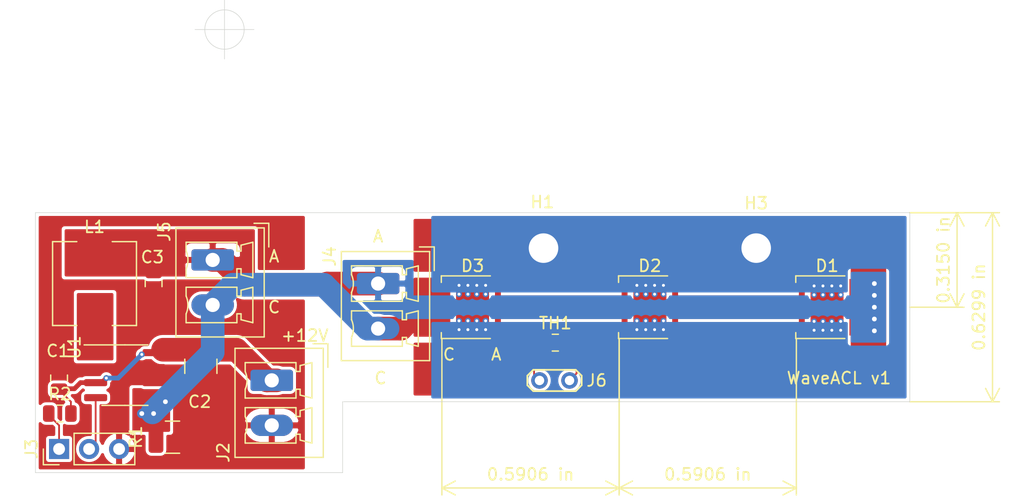
<source format=kicad_pcb>
(kicad_pcb (version 20171130) (host pcbnew 5.1.8)

  (general
    (thickness 1.6)
    (drawings 20)
    (tracks 113)
    (zones 0)
    (modules 18)
    (nets 13)
  )

  (page A4)
  (layers
    (0 F.Cu signal)
    (31 B.Cu signal hide)
    (32 B.Adhes user)
    (33 F.Adhes user)
    (34 B.Paste user)
    (35 F.Paste user)
    (36 B.SilkS user)
    (37 F.SilkS user)
    (38 B.Mask user)
    (39 F.Mask user)
    (40 Dwgs.User user)
    (41 Cmts.User user)
    (42 Eco1.User user)
    (43 Eco2.User user)
    (44 Edge.Cuts user)
    (45 Margin user)
    (46 B.CrtYd user)
    (47 F.CrtYd user)
    (48 B.Fab user)
    (49 F.Fab user)
  )

  (setup
    (last_trace_width 0.25)
    (user_trace_width 0.15)
    (user_trace_width 0.4)
    (user_trace_width 2)
    (trace_clearance 0.2)
    (zone_clearance 0.25)
    (zone_45_only no)
    (trace_min 0.1)
    (via_size 0.8)
    (via_drill 0.4)
    (via_min_size 0.5)
    (via_min_drill 0.2)
    (user_via 0.5 0.25)
    (user_via 1 0.6)
    (uvia_size 0.3)
    (uvia_drill 0.1)
    (uvias_allowed no)
    (uvia_min_size 0.2)
    (uvia_min_drill 0.1)
    (edge_width 0.05)
    (segment_width 0.2)
    (pcb_text_width 0.3)
    (pcb_text_size 1.5 1.5)
    (mod_edge_width 0.12)
    (mod_text_size 1 1)
    (mod_text_width 0.15)
    (pad_size 5 5)
    (pad_drill 2.5)
    (pad_to_mask_clearance 0.051)
    (solder_mask_min_width 0.25)
    (aux_axis_origin 140 20)
    (visible_elements FFFDFF7F)
    (pcbplotparams
      (layerselection 0x010fc_ffffffff)
      (usegerberextensions false)
      (usegerberattributes false)
      (usegerberadvancedattributes false)
      (creategerberjobfile false)
      (excludeedgelayer true)
      (linewidth 0.100000)
      (plotframeref false)
      (viasonmask false)
      (mode 1)
      (useauxorigin false)
      (hpglpennumber 1)
      (hpglpenspeed 20)
      (hpglpendiameter 15.000000)
      (psnegative false)
      (psa4output false)
      (plotreference true)
      (plotvalue true)
      (plotinvisibletext false)
      (padsonsilk false)
      (subtractmaskfromsilk false)
      (outputformat 1)
      (mirror false)
      (drillshape 1)
      (scaleselection 1)
      (outputdirectory ""))
  )

  (net 0 "")
  (net 1 GND)
  (net 2 VCC)
  (net 3 /LED+)
  (net 4 "Net-(D1-Pad1)")
  (net 5 "Net-(D2-Pad1)")
  (net 6 /LED-)
  (net 7 "Net-(L1-Pad1)")
  (net 8 PWM)
  (net 9 /HS1)
  (net 10 "Net-(J6-Pad2)")
  (net 11 "Net-(J6-Pad1)")
  (net 12 "Net-(J3-Pad1)")

  (net_class Default "This is the default net class."
    (clearance 0.2)
    (trace_width 0.25)
    (via_dia 0.8)
    (via_drill 0.4)
    (uvia_dia 0.3)
    (uvia_drill 0.1)
    (add_net /HS1)
    (add_net GND)
    (add_net "Net-(J3-Pad1)")
    (add_net "Net-(J6-Pad1)")
    (add_net "Net-(J6-Pad2)")
    (add_net PWM)
    (add_net VCC)
  )

  (net_class current ""
    (clearance 0.2)
    (trace_width 1.25)
    (via_dia 0.8)
    (via_drill 0.4)
    (uvia_dia 0.3)
    (uvia_drill 0.1)
    (add_net /LED+)
    (add_net /LED-)
    (add_net "Net-(D1-Pad1)")
    (add_net "Net-(D2-Pad1)")
    (add_net "Net-(L1-Pad1)")
  )

  (module Resistor_SMD:R_0805_2012Metric (layer F.Cu) (tedit 5B36C52B) (tstamp 5D562FB4)
    (at 114.0625 48)
    (descr "Resistor SMD 0805 (2012 Metric), square (rectangular) end terminal, IPC_7351 nominal, (Body size source: https://docs.google.com/spreadsheets/d/1BsfQQcO9C6DZCsRaXUlFlo91Tg2WpOkGARC1WS5S8t0/edit?usp=sharing), generated with kicad-footprint-generator")
    (tags resistor)
    (path /5D59332B)
    (attr smd)
    (fp_text reference R2 (at 0 -1.65) (layer F.SilkS)
      (effects (font (size 1 1) (thickness 0.15)))
    )
    (fp_text value 4K7 (at 0 1.65) (layer F.Fab)
      (effects (font (size 1 1) (thickness 0.15)))
    )
    (fp_line (start 1.68 0.95) (end -1.68 0.95) (layer F.CrtYd) (width 0.05))
    (fp_line (start 1.68 -0.95) (end 1.68 0.95) (layer F.CrtYd) (width 0.05))
    (fp_line (start -1.68 -0.95) (end 1.68 -0.95) (layer F.CrtYd) (width 0.05))
    (fp_line (start -1.68 0.95) (end -1.68 -0.95) (layer F.CrtYd) (width 0.05))
    (fp_line (start -0.258578 0.71) (end 0.258578 0.71) (layer F.SilkS) (width 0.12))
    (fp_line (start -0.258578 -0.71) (end 0.258578 -0.71) (layer F.SilkS) (width 0.12))
    (fp_line (start 1 0.6) (end -1 0.6) (layer F.Fab) (width 0.1))
    (fp_line (start 1 -0.6) (end 1 0.6) (layer F.Fab) (width 0.1))
    (fp_line (start -1 -0.6) (end 1 -0.6) (layer F.Fab) (width 0.1))
    (fp_line (start -1 0.6) (end -1 -0.6) (layer F.Fab) (width 0.1))
    (fp_text user %R (at 0 0) (layer F.Fab)
      (effects (font (size 0.5 0.5) (thickness 0.08)))
    )
    (pad 1 smd roundrect (at -0.9375 0) (size 0.975 1.4) (layers F.Cu F.Paste F.Mask) (roundrect_rratio 0.25)
      (net 12 "Net-(J3-Pad1)"))
    (pad 2 smd roundrect (at 0.9375 0) (size 0.975 1.4) (layers F.Cu F.Paste F.Mask) (roundrect_rratio 0.25)
      (net 2 VCC))
    (model ${KISYS3DMOD}/Resistor_SMD.3dshapes/R_0805_2012Metric.wrl
      (at (xyz 0 0 0))
      (scale (xyz 1 1 1))
      (rotate (xyz 0 0 0))
    )
  )

  (module Connector_PinHeader_2.54mm:PinHeader_1x03_P2.54mm_Vertical (layer F.Cu) (tedit 59FED5CC) (tstamp 5D562E67)
    (at 114 51 90)
    (descr "Through hole straight pin header, 1x03, 2.54mm pitch, single row")
    (tags "Through hole pin header THT 1x03 2.54mm single row")
    (path /5D589076)
    (fp_text reference J3 (at 0 -2.33 90) (layer F.SilkS)
      (effects (font (size 1 1) (thickness 0.15)))
    )
    (fp_text value Conn_01x03 (at 0 7.41 90) (layer F.Fab)
      (effects (font (size 1 1) (thickness 0.15)))
    )
    (fp_line (start -0.635 -1.27) (end 1.27 -1.27) (layer F.Fab) (width 0.1))
    (fp_line (start 1.27 -1.27) (end 1.27 6.35) (layer F.Fab) (width 0.1))
    (fp_line (start 1.27 6.35) (end -1.27 6.35) (layer F.Fab) (width 0.1))
    (fp_line (start -1.27 6.35) (end -1.27 -0.635) (layer F.Fab) (width 0.1))
    (fp_line (start -1.27 -0.635) (end -0.635 -1.27) (layer F.Fab) (width 0.1))
    (fp_line (start -1.33 6.41) (end 1.33 6.41) (layer F.SilkS) (width 0.12))
    (fp_line (start -1.33 1.27) (end -1.33 6.41) (layer F.SilkS) (width 0.12))
    (fp_line (start 1.33 1.27) (end 1.33 6.41) (layer F.SilkS) (width 0.12))
    (fp_line (start -1.33 1.27) (end 1.33 1.27) (layer F.SilkS) (width 0.12))
    (fp_line (start -1.33 0) (end -1.33 -1.33) (layer F.SilkS) (width 0.12))
    (fp_line (start -1.33 -1.33) (end 0 -1.33) (layer F.SilkS) (width 0.12))
    (fp_line (start -1.8 -1.8) (end -1.8 6.85) (layer F.CrtYd) (width 0.05))
    (fp_line (start -1.8 6.85) (end 1.8 6.85) (layer F.CrtYd) (width 0.05))
    (fp_line (start 1.8 6.85) (end 1.8 -1.8) (layer F.CrtYd) (width 0.05))
    (fp_line (start 1.8 -1.8) (end -1.8 -1.8) (layer F.CrtYd) (width 0.05))
    (fp_text user %R (at 0 2.54) (layer F.Fab)
      (effects (font (size 1 1) (thickness 0.15)))
    )
    (pad 3 thru_hole oval (at 0 5.08 90) (size 1.7 1.7) (drill 1) (layers *.Cu *.Mask)
      (net 1 GND))
    (pad 2 thru_hole oval (at 0 2.54 90) (size 1.7 1.7) (drill 1) (layers *.Cu *.Mask)
      (net 8 PWM))
    (pad 1 thru_hole rect (at 0 0 90) (size 1.7 1.7) (drill 1) (layers *.Cu *.Mask)
      (net 12 "Net-(J3-Pad1)"))
    (model ${KISYS3DMOD}/Connector_PinHeader_2.54mm.3dshapes/PinHeader_1x03_P2.54mm_Vertical.wrl
      (at (xyz 0 0 0))
      (scale (xyz 1 1 1))
      (rotate (xyz 0 0 0))
    )
  )

  (module Resistor_SMD:R_1210_3225Metric (layer F.Cu) (tedit 5B301BBD) (tstamp 5D55AB48)
    (at 123.6 50)
    (descr "Resistor SMD 1210 (3225 Metric), square (rectangular) end terminal, IPC_7351 nominal, (Body size source: http://www.tortai-tech.com/upload/download/2011102023233369053.pdf), generated with kicad-footprint-generator")
    (tags resistor)
    (path /5CD4B266)
    (attr smd)
    (fp_text reference R1 (at -3.1 0 90) (layer F.SilkS)
      (effects (font (size 1 1) (thickness 0.15)))
    )
    (fp_text value R (at 0 2.28) (layer F.Fab)
      (effects (font (size 1 1) (thickness 0.15)))
    )
    (fp_line (start -1.6 1.25) (end -1.6 -1.25) (layer F.Fab) (width 0.1))
    (fp_line (start -1.6 -1.25) (end 1.6 -1.25) (layer F.Fab) (width 0.1))
    (fp_line (start 1.6 -1.25) (end 1.6 1.25) (layer F.Fab) (width 0.1))
    (fp_line (start 1.6 1.25) (end -1.6 1.25) (layer F.Fab) (width 0.1))
    (fp_line (start -0.602064 -1.36) (end 0.602064 -1.36) (layer F.SilkS) (width 0.12))
    (fp_line (start -0.602064 1.36) (end 0.602064 1.36) (layer F.SilkS) (width 0.12))
    (fp_line (start -2.28 1.58) (end -2.28 -1.58) (layer F.CrtYd) (width 0.05))
    (fp_line (start -2.28 -1.58) (end 2.28 -1.58) (layer F.CrtYd) (width 0.05))
    (fp_line (start 2.28 -1.58) (end 2.28 1.58) (layer F.CrtYd) (width 0.05))
    (fp_line (start 2.28 1.58) (end -2.28 1.58) (layer F.CrtYd) (width 0.05))
    (fp_text user %R (at -0.15 0) (layer F.Fab)
      (effects (font (size 0.8 0.8) (thickness 0.12)))
    )
    (pad 2 smd roundrect (at 1.4 0) (size 1.25 2.65) (layers F.Cu F.Paste F.Mask) (roundrect_rratio 0.2)
      (net 1 GND))
    (pad 1 smd roundrect (at -1.4 0) (size 1.25 2.65) (layers F.Cu F.Paste F.Mask) (roundrect_rratio 0.2)
      (net 6 /LED-))
    (model ${KISYS3DMOD}/Resistor_SMD.3dshapes/R_1210_3225Metric.wrl
      (at (xyz 0 0 0))
      (scale (xyz 1 1 1))
      (rotate (xyz 0 0 0))
    )
  )

  (module Package_SO:SOIC-8_3.9x4.9mm_P1.27mm (layer F.Cu) (tedit 5C97300E) (tstamp 5D55AB82)
    (at 119.57 44.75)
    (descr "SOIC, 8 Pin (JEDEC MS-012AA, https://www.analog.com/media/en/package-pcb-resources/package/pkg_pdf/soic_narrow-r/r_8.pdf), generated with kicad-footprint-generator ipc_gullwing_generator.py")
    (tags "SOIC SO")
    (path /5CD55B67)
    (attr smd)
    (fp_text reference U1 (at -4.27 -2.35 90) (layer F.SilkS)
      (effects (font (size 1 1) (thickness 0.15)))
    )
    (fp_text value LED2000 (at 0 3.4) (layer F.Fab)
      (effects (font (size 1 1) (thickness 0.15)))
    )
    (fp_line (start 0 2.56) (end 1.95 2.56) (layer F.SilkS) (width 0.12))
    (fp_line (start 0 2.56) (end -1.95 2.56) (layer F.SilkS) (width 0.12))
    (fp_line (start 0 -2.56) (end 1.95 -2.56) (layer F.SilkS) (width 0.12))
    (fp_line (start 0 -2.56) (end -3.45 -2.56) (layer F.SilkS) (width 0.12))
    (fp_line (start -0.975 -2.45) (end 1.95 -2.45) (layer F.Fab) (width 0.1))
    (fp_line (start 1.95 -2.45) (end 1.95 2.45) (layer F.Fab) (width 0.1))
    (fp_line (start 1.95 2.45) (end -1.95 2.45) (layer F.Fab) (width 0.1))
    (fp_line (start -1.95 2.45) (end -1.95 -1.475) (layer F.Fab) (width 0.1))
    (fp_line (start -1.95 -1.475) (end -0.975 -2.45) (layer F.Fab) (width 0.1))
    (fp_line (start -3.7 -2.7) (end -3.7 2.7) (layer F.CrtYd) (width 0.05))
    (fp_line (start -3.7 2.7) (end 3.7 2.7) (layer F.CrtYd) (width 0.05))
    (fp_line (start 3.7 2.7) (end 3.7 -2.7) (layer F.CrtYd) (width 0.05))
    (fp_line (start 3.7 -2.7) (end -3.7 -2.7) (layer F.CrtYd) (width 0.05))
    (fp_text user %R (at 0 0) (layer F.Fab)
      (effects (font (size 0.98 0.98) (thickness 0.15)))
    )
    (pad 8 smd roundrect (at 2.475 -1.905) (size 1.95 0.6) (layers F.Cu F.Paste F.Mask) (roundrect_rratio 0.25)
      (net 2 VCC))
    (pad 7 smd roundrect (at 2.475 -0.635) (size 1.95 0.6) (layers F.Cu F.Paste F.Mask) (roundrect_rratio 0.25)
      (net 1 GND))
    (pad 6 smd roundrect (at 2.475 0.635) (size 1.95 0.6) (layers F.Cu F.Paste F.Mask) (roundrect_rratio 0.25)
      (net 1 GND))
    (pad 5 smd roundrect (at 2.475 1.905) (size 1.95 0.6) (layers F.Cu F.Paste F.Mask) (roundrect_rratio 0.25)
      (net 6 /LED-))
    (pad 4 smd roundrect (at -2.475 1.905) (size 1.95 0.6) (layers F.Cu F.Paste F.Mask) (roundrect_rratio 0.25)
      (net 8 PWM))
    (pad 3 smd roundrect (at -2.475 0.635) (size 1.95 0.6) (layers F.Cu F.Paste F.Mask) (roundrect_rratio 0.25)
      (net 2 VCC))
    (pad 2 smd roundrect (at -2.475 -0.635) (size 1.95 0.6) (layers F.Cu F.Paste F.Mask) (roundrect_rratio 0.25)
      (net 1 GND))
    (pad 1 smd roundrect (at -2.475 -1.905) (size 1.95 0.6) (layers F.Cu F.Paste F.Mask) (roundrect_rratio 0.25)
      (net 7 "Net-(L1-Pad1)"))
    (model ${KISYS3DMOD}/Package_SO.3dshapes/SOIC-8_3.9x4.9mm_P1.27mm.wrl
      (at (xyz 0 0 0))
      (scale (xyz 1 1 1))
      (rotate (xyz 0 0 0))
    )
  )

  (module Inductor_SMD:L_Wuerth_HCI-7030 (layer F.Cu) (tedit 5990349D) (tstamp 5D55AB37)
    (at 117 37 90)
    (descr "Inductor, Wuerth Elektronik, Wuerth_HCI-7030, 6.9mmx6.9mm")
    (tags "inductor Wuerth hci smd")
    (path /5CD4C3D8)
    (attr smd)
    (fp_text reference L1 (at 4.8 0 180) (layer F.SilkS)
      (effects (font (size 1 1) (thickness 0.15)))
    )
    (fp_text value 2.2u (at 0 4.95 90) (layer F.Fab)
      (effects (font (size 1 1) (thickness 0.15)))
    )
    (fp_line (start -3.45 -3.45) (end -3.45 3.45) (layer F.Fab) (width 0.1))
    (fp_line (start -3.45 3.45) (end 3.45 3.45) (layer F.Fab) (width 0.1))
    (fp_line (start 3.45 3.45) (end 3.45 -3.45) (layer F.Fab) (width 0.1))
    (fp_line (start 3.45 -3.45) (end -3.45 -3.45) (layer F.Fab) (width 0.1))
    (fp_line (start -4.2 -3.75) (end -4.2 3.75) (layer F.CrtYd) (width 0.05))
    (fp_line (start -4.2 3.75) (end 4.2 3.75) (layer F.CrtYd) (width 0.05))
    (fp_line (start 4.2 3.75) (end 4.2 -3.75) (layer F.CrtYd) (width 0.05))
    (fp_line (start 4.2 -3.75) (end -4.2 -3.75) (layer F.CrtYd) (width 0.05))
    (fp_line (start -3.55 1.5) (end -3.55 3.55) (layer F.SilkS) (width 0.12))
    (fp_line (start -3.55 3.55) (end 3.55 3.55) (layer F.SilkS) (width 0.12))
    (fp_line (start 3.55 3.55) (end 3.55 1.5) (layer F.SilkS) (width 0.12))
    (fp_line (start -3.55 -1.5) (end -3.55 -3.55) (layer F.SilkS) (width 0.12))
    (fp_line (start -3.55 -3.55) (end 3.55 -3.55) (layer F.SilkS) (width 0.12))
    (fp_line (start 3.55 -3.55) (end 3.55 -1.5) (layer F.SilkS) (width 0.12))
    (fp_text user %R (at 0 0 90) (layer F.Fab)
      (effects (font (size 1 1) (thickness 0.15)))
    )
    (pad 2 smd rect (at 2.55 0 90) (size 2.7 2.2) (layers F.Cu F.Paste F.Mask)
      (net 3 /LED+))
    (pad 1 smd rect (at -2.55 0 90) (size 2.7 2.2) (layers F.Cu F.Paste F.Mask)
      (net 7 "Net-(L1-Pad1)"))
    (model ${KISYS3DMOD}/Inductor_SMD.3dshapes/L_Wuerth_HCI-7030.wrl
      (at (xyz 0 0 0))
      (scale (xyz 1 1 1))
      (rotate (xyz 0 0 0))
    )
  )

  (module Connector_Phoenix_MC:PhoenixContact_MCV_1,5_2-G-3.81_1x02_P3.81mm_Vertical (layer F.Cu) (tedit 5B784ED1) (tstamp 5D55AAF6)
    (at 127 35 270)
    (descr "Generic Phoenix Contact connector footprint for: MCV_1,5/2-G-3.81; number of pins: 02; pin pitch: 3.81mm; Vertical || order number: 1803426 8A 160V")
    (tags "phoenix_contact connector MCV_01x02_G_3.81mm")
    (path /5D2B5865)
    (fp_text reference J5 (at -2.4 4.1 90) (layer F.SilkS)
      (effects (font (size 1 1) (thickness 0.15)))
    )
    (fp_text value Conn_01x02 (at 1.9 4.2 90) (layer F.Fab)
      (effects (font (size 1 1) (thickness 0.15)))
    )
    (fp_line (start -2.71 -4.36) (end -2.71 3.11) (layer F.SilkS) (width 0.12))
    (fp_line (start -2.71 3.11) (end 6.52 3.11) (layer F.SilkS) (width 0.12))
    (fp_line (start 6.52 3.11) (end 6.52 -4.36) (layer F.SilkS) (width 0.12))
    (fp_line (start 6.52 -4.36) (end -2.71 -4.36) (layer F.SilkS) (width 0.12))
    (fp_line (start -2.6 -4.25) (end -2.6 3) (layer F.Fab) (width 0.1))
    (fp_line (start -2.6 3) (end 6.41 3) (layer F.Fab) (width 0.1))
    (fp_line (start 6.41 3) (end 6.41 -4.25) (layer F.Fab) (width 0.1))
    (fp_line (start 6.41 -4.25) (end -2.6 -4.25) (layer F.Fab) (width 0.1))
    (fp_line (start -0.75 2.25) (end -1.5 2.25) (layer F.SilkS) (width 0.12))
    (fp_line (start -1.5 2.25) (end -1.5 -2.05) (layer F.SilkS) (width 0.12))
    (fp_line (start -1.5 -2.05) (end -0.75 -2.05) (layer F.SilkS) (width 0.12))
    (fp_line (start -0.75 -2.05) (end -0.75 -2.4) (layer F.SilkS) (width 0.12))
    (fp_line (start -0.75 -2.4) (end -1.25 -2.4) (layer F.SilkS) (width 0.12))
    (fp_line (start -1.25 -2.4) (end -1.5 -3.4) (layer F.SilkS) (width 0.12))
    (fp_line (start -1.5 -3.4) (end 1.5 -3.4) (layer F.SilkS) (width 0.12))
    (fp_line (start 1.5 -3.4) (end 1.25 -2.4) (layer F.SilkS) (width 0.12))
    (fp_line (start 1.25 -2.4) (end 0.75 -2.4) (layer F.SilkS) (width 0.12))
    (fp_line (start 0.75 -2.4) (end 0.75 -2.05) (layer F.SilkS) (width 0.12))
    (fp_line (start 0.75 -2.05) (end 1.5 -2.05) (layer F.SilkS) (width 0.12))
    (fp_line (start 1.5 -2.05) (end 1.5 2.25) (layer F.SilkS) (width 0.12))
    (fp_line (start 1.5 2.25) (end 0.75 2.25) (layer F.SilkS) (width 0.12))
    (fp_line (start 3.06 2.25) (end 2.31 2.25) (layer F.SilkS) (width 0.12))
    (fp_line (start 2.31 2.25) (end 2.31 -2.05) (layer F.SilkS) (width 0.12))
    (fp_line (start 2.31 -2.05) (end 3.06 -2.05) (layer F.SilkS) (width 0.12))
    (fp_line (start 3.06 -2.05) (end 3.06 -2.4) (layer F.SilkS) (width 0.12))
    (fp_line (start 3.06 -2.4) (end 2.56 -2.4) (layer F.SilkS) (width 0.12))
    (fp_line (start 2.56 -2.4) (end 2.31 -3.4) (layer F.SilkS) (width 0.12))
    (fp_line (start 2.31 -3.4) (end 5.31 -3.4) (layer F.SilkS) (width 0.12))
    (fp_line (start 5.31 -3.4) (end 5.06 -2.4) (layer F.SilkS) (width 0.12))
    (fp_line (start 5.06 -2.4) (end 4.56 -2.4) (layer F.SilkS) (width 0.12))
    (fp_line (start 4.56 -2.4) (end 4.56 -2.05) (layer F.SilkS) (width 0.12))
    (fp_line (start 4.56 -2.05) (end 5.31 -2.05) (layer F.SilkS) (width 0.12))
    (fp_line (start 5.31 -2.05) (end 5.31 2.25) (layer F.SilkS) (width 0.12))
    (fp_line (start 5.31 2.25) (end 4.56 2.25) (layer F.SilkS) (width 0.12))
    (fp_line (start -3.1 -4.75) (end -3.1 3.5) (layer F.CrtYd) (width 0.05))
    (fp_line (start -3.1 3.5) (end 6.91 3.5) (layer F.CrtYd) (width 0.05))
    (fp_line (start 6.91 3.5) (end 6.91 -4.75) (layer F.CrtYd) (width 0.05))
    (fp_line (start 6.91 -4.75) (end -3.1 -4.75) (layer F.CrtYd) (width 0.05))
    (fp_line (start -3.1 -3.5) (end -3.1 -4.75) (layer F.SilkS) (width 0.12))
    (fp_line (start -3.1 -4.75) (end -1.1 -4.75) (layer F.SilkS) (width 0.12))
    (fp_line (start -3.1 -3.5) (end -3.1 -4.75) (layer F.Fab) (width 0.1))
    (fp_line (start -3.1 -4.75) (end -1.1 -4.75) (layer F.Fab) (width 0.1))
    (fp_text user %R (at 1.9 -3.55 90) (layer F.Fab)
      (effects (font (size 1 1) (thickness 0.15)))
    )
    (fp_arc (start 3.81 3.95) (end 3.06 2.25) (angle 47.6) (layer F.SilkS) (width 0.12))
    (fp_arc (start 0 3.95) (end -0.75 2.25) (angle 47.6) (layer F.SilkS) (width 0.12))
    (pad 2 thru_hole oval (at 3.81 0 270) (size 1.8 3.6) (drill 1.2) (layers *.Cu *.Mask)
      (net 6 /LED-))
    (pad 1 thru_hole roundrect (at 0 0 270) (size 1.8 3.6) (drill 1.2) (layers *.Cu *.Mask) (roundrect_rratio 0.138889)
      (net 3 /LED+))
  )

  (module Connector_Phoenix_MC:PhoenixContact_MCV_1,5_2-G-3.81_1x02_P3.81mm_Vertical (layer F.Cu) (tedit 5B784ED1) (tstamp 5D55AA48)
    (at 132 45.19 270)
    (descr "Generic Phoenix Contact connector footprint for: MCV_1,5/2-G-3.81; number of pins: 02; pin pitch: 3.81mm; Vertical || order number: 1803426 8A 160V")
    (tags "phoenix_contact connector MCV_01x02_G_3.81mm")
    (path /5D40C4F4)
    (fp_text reference J2 (at 6.11 4.1 90) (layer F.SilkS)
      (effects (font (size 1 1) (thickness 0.15)))
    )
    (fp_text value Conn_01x02 (at 1.9 4.2 90) (layer F.Fab)
      (effects (font (size 1 1) (thickness 0.15)))
    )
    (fp_line (start -2.71 -4.36) (end -2.71 3.11) (layer F.SilkS) (width 0.12))
    (fp_line (start -2.71 3.11) (end 6.52 3.11) (layer F.SilkS) (width 0.12))
    (fp_line (start 6.52 3.11) (end 6.52 -4.36) (layer F.SilkS) (width 0.12))
    (fp_line (start 6.52 -4.36) (end -2.71 -4.36) (layer F.SilkS) (width 0.12))
    (fp_line (start -2.6 -4.25) (end -2.6 3) (layer F.Fab) (width 0.1))
    (fp_line (start -2.6 3) (end 6.41 3) (layer F.Fab) (width 0.1))
    (fp_line (start 6.41 3) (end 6.41 -4.25) (layer F.Fab) (width 0.1))
    (fp_line (start 6.41 -4.25) (end -2.6 -4.25) (layer F.Fab) (width 0.1))
    (fp_line (start -0.75 2.25) (end -1.5 2.25) (layer F.SilkS) (width 0.12))
    (fp_line (start -1.5 2.25) (end -1.5 -2.05) (layer F.SilkS) (width 0.12))
    (fp_line (start -1.5 -2.05) (end -0.75 -2.05) (layer F.SilkS) (width 0.12))
    (fp_line (start -0.75 -2.05) (end -0.75 -2.4) (layer F.SilkS) (width 0.12))
    (fp_line (start -0.75 -2.4) (end -1.25 -2.4) (layer F.SilkS) (width 0.12))
    (fp_line (start -1.25 -2.4) (end -1.5 -3.4) (layer F.SilkS) (width 0.12))
    (fp_line (start -1.5 -3.4) (end 1.5 -3.4) (layer F.SilkS) (width 0.12))
    (fp_line (start 1.5 -3.4) (end 1.25 -2.4) (layer F.SilkS) (width 0.12))
    (fp_line (start 1.25 -2.4) (end 0.75 -2.4) (layer F.SilkS) (width 0.12))
    (fp_line (start 0.75 -2.4) (end 0.75 -2.05) (layer F.SilkS) (width 0.12))
    (fp_line (start 0.75 -2.05) (end 1.5 -2.05) (layer F.SilkS) (width 0.12))
    (fp_line (start 1.5 -2.05) (end 1.5 2.25) (layer F.SilkS) (width 0.12))
    (fp_line (start 1.5 2.25) (end 0.75 2.25) (layer F.SilkS) (width 0.12))
    (fp_line (start 3.06 2.25) (end 2.31 2.25) (layer F.SilkS) (width 0.12))
    (fp_line (start 2.31 2.25) (end 2.31 -2.05) (layer F.SilkS) (width 0.12))
    (fp_line (start 2.31 -2.05) (end 3.06 -2.05) (layer F.SilkS) (width 0.12))
    (fp_line (start 3.06 -2.05) (end 3.06 -2.4) (layer F.SilkS) (width 0.12))
    (fp_line (start 3.06 -2.4) (end 2.56 -2.4) (layer F.SilkS) (width 0.12))
    (fp_line (start 2.56 -2.4) (end 2.31 -3.4) (layer F.SilkS) (width 0.12))
    (fp_line (start 2.31 -3.4) (end 5.31 -3.4) (layer F.SilkS) (width 0.12))
    (fp_line (start 5.31 -3.4) (end 5.06 -2.4) (layer F.SilkS) (width 0.12))
    (fp_line (start 5.06 -2.4) (end 4.56 -2.4) (layer F.SilkS) (width 0.12))
    (fp_line (start 4.56 -2.4) (end 4.56 -2.05) (layer F.SilkS) (width 0.12))
    (fp_line (start 4.56 -2.05) (end 5.31 -2.05) (layer F.SilkS) (width 0.12))
    (fp_line (start 5.31 -2.05) (end 5.31 2.25) (layer F.SilkS) (width 0.12))
    (fp_line (start 5.31 2.25) (end 4.56 2.25) (layer F.SilkS) (width 0.12))
    (fp_line (start -3.1 -4.75) (end -3.1 3.5) (layer F.CrtYd) (width 0.05))
    (fp_line (start -3.1 3.5) (end 6.91 3.5) (layer F.CrtYd) (width 0.05))
    (fp_line (start 6.91 3.5) (end 6.91 -4.75) (layer F.CrtYd) (width 0.05))
    (fp_line (start 6.91 -4.75) (end -3.1 -4.75) (layer F.CrtYd) (width 0.05))
    (fp_line (start -3.1 -3.5) (end -3.1 -4.75) (layer F.SilkS) (width 0.12))
    (fp_line (start -3.1 -4.75) (end -1.1 -4.75) (layer F.SilkS) (width 0.12))
    (fp_line (start -3.1 -3.5) (end -3.1 -4.75) (layer F.Fab) (width 0.1))
    (fp_line (start -3.1 -4.75) (end -1.1 -4.75) (layer F.Fab) (width 0.1))
    (fp_text user %R (at 1.9 -3.55 90) (layer F.Fab)
      (effects (font (size 1 1) (thickness 0.15)))
    )
    (fp_arc (start 3.81 3.95) (end 3.06 2.25) (angle 47.6) (layer F.SilkS) (width 0.12))
    (fp_arc (start 0 3.95) (end -0.75 2.25) (angle 47.6) (layer F.SilkS) (width 0.12))
    (pad 2 thru_hole oval (at 3.81 0 270) (size 1.8 3.6) (drill 1.2) (layers *.Cu *.Mask)
      (net 1 GND))
    (pad 1 thru_hole roundrect (at 0 0 270) (size 1.8 3.6) (drill 1.2) (layers *.Cu *.Mask) (roundrect_rratio 0.138889)
      (net 2 VCC))
  )

  (module Capacitor_SMD:C_0805_2012Metric (layer F.Cu) (tedit 5B36C52B) (tstamp 5D55A88B)
    (at 122 37 270)
    (descr "Capacitor SMD 0805 (2012 Metric), square (rectangular) end terminal, IPC_7351 nominal, (Body size source: https://docs.google.com/spreadsheets/d/1BsfQQcO9C6DZCsRaXUlFlo91Tg2WpOkGARC1WS5S8t0/edit?usp=sharing), generated with kicad-footprint-generator")
    (tags capacitor)
    (path /5CD5CA0E)
    (attr smd)
    (fp_text reference C3 (at -2.2375 0.1 180) (layer F.SilkS)
      (effects (font (size 1 1) (thickness 0.15)))
    )
    (fp_text value 2.2u (at 0 1.65 90) (layer F.Fab)
      (effects (font (size 1 1) (thickness 0.15)))
    )
    (fp_line (start -1 0.6) (end -1 -0.6) (layer F.Fab) (width 0.1))
    (fp_line (start -1 -0.6) (end 1 -0.6) (layer F.Fab) (width 0.1))
    (fp_line (start 1 -0.6) (end 1 0.6) (layer F.Fab) (width 0.1))
    (fp_line (start 1 0.6) (end -1 0.6) (layer F.Fab) (width 0.1))
    (fp_line (start -0.258578 -0.71) (end 0.258578 -0.71) (layer F.SilkS) (width 0.12))
    (fp_line (start -0.258578 0.71) (end 0.258578 0.71) (layer F.SilkS) (width 0.12))
    (fp_line (start -1.68 0.95) (end -1.68 -0.95) (layer F.CrtYd) (width 0.05))
    (fp_line (start -1.68 -0.95) (end 1.68 -0.95) (layer F.CrtYd) (width 0.05))
    (fp_line (start 1.68 -0.95) (end 1.68 0.95) (layer F.CrtYd) (width 0.05))
    (fp_line (start 1.68 0.95) (end -1.68 0.95) (layer F.CrtYd) (width 0.05))
    (fp_text user %R (at 0 0 90) (layer F.Fab)
      (effects (font (size 0.5 0.5) (thickness 0.08)))
    )
    (pad 2 smd roundrect (at 0.9375 0 270) (size 0.975 1.4) (layers F.Cu F.Paste F.Mask) (roundrect_rratio 0.25)
      (net 1 GND))
    (pad 1 smd roundrect (at -0.9375 0 270) (size 0.975 1.4) (layers F.Cu F.Paste F.Mask) (roundrect_rratio 0.25)
      (net 3 /LED+))
    (model ${KISYS3DMOD}/Capacitor_SMD.3dshapes/C_0805_2012Metric.wrl
      (at (xyz 0 0 0))
      (scale (xyz 1 1 1))
      (rotate (xyz 0 0 0))
    )
  )

  (module Capacitor_SMD:C_1210_3225Metric (layer F.Cu) (tedit 5B301BBE) (tstamp 5D55A87A)
    (at 126 44 270)
    (descr "Capacitor SMD 1210 (3225 Metric), square (rectangular) end terminal, IPC_7351 nominal, (Body size source: http://www.tortai-tech.com/upload/download/2011102023233369053.pdf), generated with kicad-footprint-generator")
    (tags capacitor)
    (path /5CD5A56B)
    (attr smd)
    (fp_text reference C2 (at 3 0.1 180) (layer F.SilkS)
      (effects (font (size 1 1) (thickness 0.15)))
    )
    (fp_text value 10u (at 0 2.28 90) (layer F.Fab)
      (effects (font (size 1 1) (thickness 0.15)))
    )
    (fp_line (start -1.6 1.25) (end -1.6 -1.25) (layer F.Fab) (width 0.1))
    (fp_line (start -1.6 -1.25) (end 1.6 -1.25) (layer F.Fab) (width 0.1))
    (fp_line (start 1.6 -1.25) (end 1.6 1.25) (layer F.Fab) (width 0.1))
    (fp_line (start 1.6 1.25) (end -1.6 1.25) (layer F.Fab) (width 0.1))
    (fp_line (start -0.602064 -1.36) (end 0.602064 -1.36) (layer F.SilkS) (width 0.12))
    (fp_line (start -0.602064 1.36) (end 0.602064 1.36) (layer F.SilkS) (width 0.12))
    (fp_line (start -2.28 1.58) (end -2.28 -1.58) (layer F.CrtYd) (width 0.05))
    (fp_line (start -2.28 -1.58) (end 2.28 -1.58) (layer F.CrtYd) (width 0.05))
    (fp_line (start 2.28 -1.58) (end 2.28 1.58) (layer F.CrtYd) (width 0.05))
    (fp_line (start 2.28 1.58) (end -2.28 1.58) (layer F.CrtYd) (width 0.05))
    (fp_text user %R (at 0 0 90) (layer F.Fab)
      (effects (font (size 0.8 0.8) (thickness 0.12)))
    )
    (pad 2 smd roundrect (at 1.4 0 270) (size 1.25 2.65) (layers F.Cu F.Paste F.Mask) (roundrect_rratio 0.2)
      (net 1 GND))
    (pad 1 smd roundrect (at -1.4 0 270) (size 1.25 2.65) (layers F.Cu F.Paste F.Mask) (roundrect_rratio 0.2)
      (net 2 VCC))
    (model ${KISYS3DMOD}/Capacitor_SMD.3dshapes/C_1210_3225Metric.wrl
      (at (xyz 0 0 0))
      (scale (xyz 1 1 1))
      (rotate (xyz 0 0 0))
    )
  )

  (module Resistor_SMD:R_0805_2012Metric (layer F.Cu) (tedit 5B36C52B) (tstamp 5D55A869)
    (at 114 45 90)
    (descr "Resistor SMD 0805 (2012 Metric), square (rectangular) end terminal, IPC_7351 nominal, (Body size source: https://docs.google.com/spreadsheets/d/1BsfQQcO9C6DZCsRaXUlFlo91Tg2WpOkGARC1WS5S8t0/edit?usp=sharing), generated with kicad-footprint-generator")
    (tags resistor)
    (path /5CD4CD22)
    (attr smd)
    (fp_text reference C1 (at 2.3 -0.1) (layer F.SilkS)
      (effects (font (size 1 1) (thickness 0.15)))
    )
    (fp_text value 100n (at 0 1.65 90) (layer F.Fab)
      (effects (font (size 1 1) (thickness 0.15)))
    )
    (fp_line (start -1 0.6) (end -1 -0.6) (layer F.Fab) (width 0.1))
    (fp_line (start -1 -0.6) (end 1 -0.6) (layer F.Fab) (width 0.1))
    (fp_line (start 1 -0.6) (end 1 0.6) (layer F.Fab) (width 0.1))
    (fp_line (start 1 0.6) (end -1 0.6) (layer F.Fab) (width 0.1))
    (fp_line (start -0.258578 -0.71) (end 0.258578 -0.71) (layer F.SilkS) (width 0.12))
    (fp_line (start -0.258578 0.71) (end 0.258578 0.71) (layer F.SilkS) (width 0.12))
    (fp_line (start -1.68 0.95) (end -1.68 -0.95) (layer F.CrtYd) (width 0.05))
    (fp_line (start -1.68 -0.95) (end 1.68 -0.95) (layer F.CrtYd) (width 0.05))
    (fp_line (start 1.68 -0.95) (end 1.68 0.95) (layer F.CrtYd) (width 0.05))
    (fp_line (start 1.68 0.95) (end -1.68 0.95) (layer F.CrtYd) (width 0.05))
    (fp_text user %R (at 0 0 90) (layer F.Fab)
      (effects (font (size 0.5 0.5) (thickness 0.08)))
    )
    (pad 2 smd roundrect (at 0.9375 0 90) (size 0.975 1.4) (layers F.Cu F.Paste F.Mask) (roundrect_rratio 0.25)
      (net 1 GND))
    (pad 1 smd roundrect (at -0.9375 0 90) (size 0.975 1.4) (layers F.Cu F.Paste F.Mask) (roundrect_rratio 0.25)
      (net 2 VCC))
    (model ${KISYS3DMOD}/Resistor_SMD.3dshapes/R_0805_2012Metric.wrl
      (at (xyz 0 0 0))
      (scale (xyz 1 1 1))
      (rotate (xyz 0 0 0))
    )
  )

  (module MountingHole:MountingHole_2.5mm_Pad (layer F.Cu) (tedit 56D1B4CB) (tstamp 5D3945CD)
    (at 173 34)
    (descr "Mounting Hole 2.5mm")
    (tags "mounting hole 2.5mm")
    (path /5D3E71FA)
    (attr virtual)
    (fp_text reference H3 (at 0 -3.8) (layer F.SilkS)
      (effects (font (size 1 1) (thickness 0.15)))
    )
    (fp_text value MountingHole_Pad (at 0 3.5) (layer F.Fab)
      (effects (font (size 1 1) (thickness 0.15)))
    )
    (fp_circle (center 0 0) (end 2.5 0) (layer Cmts.User) (width 0.15))
    (fp_circle (center 0 0) (end 2.75 0) (layer F.CrtYd) (width 0.05))
    (fp_text user %R (at 0.3 0) (layer F.Fab)
      (effects (font (size 1 1) (thickness 0.15)))
    )
    (pad 1 thru_hole circle (at 0 0) (size 5 5) (drill 2.5) (layers *.Cu *.Mask)
      (net 9 /HS1))
  )

  (module MountingHole:MountingHole_2.5mm_Pad (layer F.Cu) (tedit 56D1B4CB) (tstamp 5D3945AD)
    (at 155 34)
    (descr "Mounting Hole 2.5mm")
    (tags "mounting hole 2.5mm")
    (path /5D3E6D3F)
    (attr virtual)
    (fp_text reference H1 (at -0.1 -3.9) (layer F.SilkS)
      (effects (font (size 1 1) (thickness 0.15)))
    )
    (fp_text value MountingHole (at 0 3.5) (layer F.Fab)
      (effects (font (size 1 1) (thickness 0.15)))
    )
    (fp_circle (center 0 0) (end 2.5 0) (layer Cmts.User) (width 0.15))
    (fp_circle (center 0 0) (end 2.75 0) (layer F.CrtYd) (width 0.05))
    (fp_text user %R (at 0.3 0) (layer F.Fab)
      (effects (font (size 1 1) (thickness 0.15)))
    )
    (pad 1 thru_hole circle (at 0 0) (size 5 5) (drill 2.5) (layers *.Cu *.Mask)
      (net 9 /HS1))
  )

  (module TestPoint:TestPoint_2Pads_Pitch2.54mm_Drill0.8mm (layer F.Cu) (tedit 5A0F774F) (tstamp 5D39D4AB)
    (at 157.2 45.2 180)
    (descr "Test point with 2 pins, pitch 2.54mm, drill diameter 0.8mm")
    (tags "CONN DEV")
    (path /5D300CBB)
    (attr virtual)
    (fp_text reference J6 (at -2.3 0) (layer F.SilkS)
      (effects (font (size 1 1) (thickness 0.15)))
    )
    (fp_text value Conn_01x02 (at 1.27 2) (layer F.Fab)
      (effects (font (size 1 1) (thickness 0.15)))
    )
    (fp_line (start -0.65 1.15) (end 3.15 1.15) (layer F.CrtYd) (width 0.05))
    (fp_line (start 3.15 1.15) (end 3.8 0.5) (layer F.CrtYd) (width 0.05))
    (fp_line (start 3.8 0.5) (end 3.8 -0.5) (layer F.CrtYd) (width 0.05))
    (fp_line (start 3.8 -0.5) (end 3.15 -1.15) (layer F.CrtYd) (width 0.05))
    (fp_line (start 3.15 -1.15) (end -0.65 -1.15) (layer F.CrtYd) (width 0.05))
    (fp_line (start -0.65 -1.15) (end -1.3 -0.5) (layer F.CrtYd) (width 0.05))
    (fp_line (start -1.3 -0.5) (end -1.3 0.5) (layer F.CrtYd) (width 0.05))
    (fp_line (start -1.3 0.5) (end -0.65 1.15) (layer F.CrtYd) (width 0.05))
    (fp_line (start -0.53 -0.9) (end 3.07 -0.9) (layer F.SilkS) (width 0.15))
    (fp_line (start 3.07 -0.9) (end 3.57 -0.4) (layer F.SilkS) (width 0.15))
    (fp_line (start 3.57 -0.4) (end 3.57 0.4) (layer F.SilkS) (width 0.15))
    (fp_line (start 3.57 0.4) (end 3.07 0.9) (layer F.SilkS) (width 0.15))
    (fp_line (start 3.07 0.9) (end -0.53 0.9) (layer F.SilkS) (width 0.15))
    (fp_line (start -0.53 0.9) (end -1.03 0.4) (layer F.SilkS) (width 0.15))
    (fp_line (start -1.03 0.4) (end -1.03 -0.4) (layer F.SilkS) (width 0.15))
    (fp_line (start -1.03 -0.4) (end -0.53 -0.9) (layer F.SilkS) (width 0.15))
    (fp_text user %R (at 1.3 -2) (layer F.Fab)
      (effects (font (size 1 1) (thickness 0.15)))
    )
    (pad 2 thru_hole circle (at 2.54 0 180) (size 1.4 1.4) (drill 0.8) (layers *.Cu *.Mask)
      (net 10 "Net-(J6-Pad2)"))
    (pad 1 thru_hole circle (at 0 0 180) (size 1.4 1.4) (drill 0.8) (layers *.Cu *.Mask)
      (net 11 "Net-(J6-Pad1)"))
  )

  (module Resistor_SMD:R_0805_2012Metric (layer F.Cu) (tedit 5B36C52B) (tstamp 5D2C0943)
    (at 156 42)
    (descr "Resistor SMD 0805 (2012 Metric), square (rectangular) end terminal, IPC_7351 nominal, (Body size source: https://docs.google.com/spreadsheets/d/1BsfQQcO9C6DZCsRaXUlFlo91Tg2WpOkGARC1WS5S8t0/edit?usp=sharing), generated with kicad-footprint-generator")
    (tags resistor)
    (path /5D2F9789)
    (attr smd)
    (fp_text reference TH1 (at 0 -1.65) (layer F.SilkS)
      (effects (font (size 1 1) (thickness 0.15)))
    )
    (fp_text value Thermistor_NTC (at 0 1.65) (layer F.Fab)
      (effects (font (size 1 1) (thickness 0.15)))
    )
    (fp_line (start -1 0.6) (end -1 -0.6) (layer F.Fab) (width 0.1))
    (fp_line (start -1 -0.6) (end 1 -0.6) (layer F.Fab) (width 0.1))
    (fp_line (start 1 -0.6) (end 1 0.6) (layer F.Fab) (width 0.1))
    (fp_line (start 1 0.6) (end -1 0.6) (layer F.Fab) (width 0.1))
    (fp_line (start -0.258578 -0.71) (end 0.258578 -0.71) (layer F.SilkS) (width 0.12))
    (fp_line (start -0.258578 0.71) (end 0.258578 0.71) (layer F.SilkS) (width 0.12))
    (fp_line (start -1.68 0.95) (end -1.68 -0.95) (layer F.CrtYd) (width 0.05))
    (fp_line (start -1.68 -0.95) (end 1.68 -0.95) (layer F.CrtYd) (width 0.05))
    (fp_line (start 1.68 -0.95) (end 1.68 0.95) (layer F.CrtYd) (width 0.05))
    (fp_line (start 1.68 0.95) (end -1.68 0.95) (layer F.CrtYd) (width 0.05))
    (fp_text user %R (at 0 0) (layer F.Fab)
      (effects (font (size 0.5 0.5) (thickness 0.08)))
    )
    (pad 2 smd roundrect (at 0.9375 0) (size 0.975 1.4) (layers F.Cu F.Paste F.Mask) (roundrect_rratio 0.25)
      (net 11 "Net-(J6-Pad1)"))
    (pad 1 smd roundrect (at -0.9375 0) (size 0.975 1.4) (layers F.Cu F.Paste F.Mask) (roundrect_rratio 0.25)
      (net 10 "Net-(J6-Pad2)"))
    (model ${KISYS3DMOD}/Resistor_SMD.3dshapes/R_0805_2012Metric.wrl
      (at (xyz 0 0 0))
      (scale (xyz 1 1 1))
      (rotate (xyz 0 0 0))
    )
  )

  (module Connector_Phoenix_MC:PhoenixContact_MCV_1,5_2-G-3.81_1x02_P3.81mm_Vertical (layer F.Cu) (tedit 5B784ED1) (tstamp 5D2B04A6)
    (at 141 37 270)
    (descr "Generic Phoenix Contact connector footprint for: MCV_1,5/2-G-3.81; number of pins: 02; pin pitch: 3.81mm; Vertical || order number: 1803426 8A 160V")
    (tags "phoenix_contact connector MCV_01x02_G_3.81mm")
    (path /5D2B47CA)
    (fp_text reference J4 (at -2.3 4.1 90) (layer F.SilkS)
      (effects (font (size 1 1) (thickness 0.15)))
    )
    (fp_text value Conn_01x02 (at 1.9 4.2 90) (layer F.Fab)
      (effects (font (size 1 1) (thickness 0.15)))
    )
    (fp_line (start -2.71 -4.36) (end -2.71 3.11) (layer F.SilkS) (width 0.12))
    (fp_line (start -2.71 3.11) (end 6.52 3.11) (layer F.SilkS) (width 0.12))
    (fp_line (start 6.52 3.11) (end 6.52 -4.36) (layer F.SilkS) (width 0.12))
    (fp_line (start 6.52 -4.36) (end -2.71 -4.36) (layer F.SilkS) (width 0.12))
    (fp_line (start -2.6 -4.25) (end -2.6 3) (layer F.Fab) (width 0.1))
    (fp_line (start -2.6 3) (end 6.41 3) (layer F.Fab) (width 0.1))
    (fp_line (start 6.41 3) (end 6.41 -4.25) (layer F.Fab) (width 0.1))
    (fp_line (start 6.41 -4.25) (end -2.6 -4.25) (layer F.Fab) (width 0.1))
    (fp_line (start -0.75 2.25) (end -1.5 2.25) (layer F.SilkS) (width 0.12))
    (fp_line (start -1.5 2.25) (end -1.5 -2.05) (layer F.SilkS) (width 0.12))
    (fp_line (start -1.5 -2.05) (end -0.75 -2.05) (layer F.SilkS) (width 0.12))
    (fp_line (start -0.75 -2.05) (end -0.75 -2.4) (layer F.SilkS) (width 0.12))
    (fp_line (start -0.75 -2.4) (end -1.25 -2.4) (layer F.SilkS) (width 0.12))
    (fp_line (start -1.25 -2.4) (end -1.5 -3.4) (layer F.SilkS) (width 0.12))
    (fp_line (start -1.5 -3.4) (end 1.5 -3.4) (layer F.SilkS) (width 0.12))
    (fp_line (start 1.5 -3.4) (end 1.25 -2.4) (layer F.SilkS) (width 0.12))
    (fp_line (start 1.25 -2.4) (end 0.75 -2.4) (layer F.SilkS) (width 0.12))
    (fp_line (start 0.75 -2.4) (end 0.75 -2.05) (layer F.SilkS) (width 0.12))
    (fp_line (start 0.75 -2.05) (end 1.5 -2.05) (layer F.SilkS) (width 0.12))
    (fp_line (start 1.5 -2.05) (end 1.5 2.25) (layer F.SilkS) (width 0.12))
    (fp_line (start 1.5 2.25) (end 0.75 2.25) (layer F.SilkS) (width 0.12))
    (fp_line (start 3.06 2.25) (end 2.31 2.25) (layer F.SilkS) (width 0.12))
    (fp_line (start 2.31 2.25) (end 2.31 -2.05) (layer F.SilkS) (width 0.12))
    (fp_line (start 2.31 -2.05) (end 3.06 -2.05) (layer F.SilkS) (width 0.12))
    (fp_line (start 3.06 -2.05) (end 3.06 -2.4) (layer F.SilkS) (width 0.12))
    (fp_line (start 3.06 -2.4) (end 2.56 -2.4) (layer F.SilkS) (width 0.12))
    (fp_line (start 2.56 -2.4) (end 2.31 -3.4) (layer F.SilkS) (width 0.12))
    (fp_line (start 2.31 -3.4) (end 5.31 -3.4) (layer F.SilkS) (width 0.12))
    (fp_line (start 5.31 -3.4) (end 5.06 -2.4) (layer F.SilkS) (width 0.12))
    (fp_line (start 5.06 -2.4) (end 4.56 -2.4) (layer F.SilkS) (width 0.12))
    (fp_line (start 4.56 -2.4) (end 4.56 -2.05) (layer F.SilkS) (width 0.12))
    (fp_line (start 4.56 -2.05) (end 5.31 -2.05) (layer F.SilkS) (width 0.12))
    (fp_line (start 5.31 -2.05) (end 5.31 2.25) (layer F.SilkS) (width 0.12))
    (fp_line (start 5.31 2.25) (end 4.56 2.25) (layer F.SilkS) (width 0.12))
    (fp_line (start -3.1 -4.75) (end -3.1 3.5) (layer F.CrtYd) (width 0.05))
    (fp_line (start -3.1 3.5) (end 6.91 3.5) (layer F.CrtYd) (width 0.05))
    (fp_line (start 6.91 3.5) (end 6.91 -4.75) (layer F.CrtYd) (width 0.05))
    (fp_line (start 6.91 -4.75) (end -3.1 -4.75) (layer F.CrtYd) (width 0.05))
    (fp_line (start -3.1 -3.5) (end -3.1 -4.75) (layer F.SilkS) (width 0.12))
    (fp_line (start -3.1 -4.75) (end -1.1 -4.75) (layer F.SilkS) (width 0.12))
    (fp_line (start -3.1 -3.5) (end -3.1 -4.75) (layer F.Fab) (width 0.1))
    (fp_line (start -3.1 -4.75) (end -1.1 -4.75) (layer F.Fab) (width 0.1))
    (fp_text user %R (at 1.9 -3.55 90) (layer F.Fab)
      (effects (font (size 1 1) (thickness 0.15)))
    )
    (fp_arc (start 3.81 3.95) (end 3.06 2.25) (angle 47.6) (layer F.SilkS) (width 0.12))
    (fp_arc (start 0 3.95) (end -0.75 2.25) (angle 47.6) (layer F.SilkS) (width 0.12))
    (pad 2 thru_hole oval (at 3.81 0 270) (size 1.8 3.6) (drill 1.2) (layers *.Cu *.Mask)
      (net 6 /LED-))
    (pad 1 thru_hole roundrect (at 0 0 270) (size 1.8 3.6) (drill 1.2) (layers *.Cu *.Mask) (roundrect_rratio 0.138889)
      (net 3 /LED+))
  )

  (module LED_SMD:LED_Cree-XHP50_6V locked (layer F.Cu) (tedit 57582302) (tstamp 5CD4B66F)
    (at 149 39)
    (descr "Cree XHP50, 6V footprint, http://www.cree.com/~/media/Files/Cree/LED%20Components%20and%20Modules/XLamp/Data%20and%20Binning/ds%20XHP50.pdf")
    (tags "LED Cree XHP50")
    (path /5CD48CC1)
    (attr smd)
    (fp_text reference D3 (at 0 -3.5) (layer F.SilkS)
      (effects (font (size 1 1) (thickness 0.15)))
    )
    (fp_text value LED (at 0 3.5) (layer F.Fab)
      (effects (font (size 1 1) (thickness 0.15)))
    )
    (fp_line (start 1.5 -1) (end 2 -1) (layer F.Fab) (width 0.1))
    (fp_line (start 0.5 -1) (end -0.5 -1) (layer F.Fab) (width 0.1))
    (fp_line (start -0.5 -0.5) (end -1.25 -1) (layer F.Fab) (width 0.1))
    (fp_line (start -0.5 -1.5) (end -0.5 -0.5) (layer F.Fab) (width 0.1))
    (fp_line (start -1.25 -1) (end -0.5 -1.5) (layer F.Fab) (width 0.1))
    (fp_line (start -1.25 -1) (end -1.25 -0.5) (layer F.Fab) (width 0.1))
    (fp_line (start -1.25 -1) (end -1.25 -1.5) (layer F.Fab) (width 0.1))
    (fp_line (start -2 -1) (end -1.25 -1) (layer F.Fab) (width 0.1))
    (fp_line (start 0.5 -1.5) (end 0.5 -0.5) (layer F.Fab) (width 0.1))
    (fp_line (start 1.25 -0.5) (end 1.25 -1) (layer F.Fab) (width 0.1))
    (fp_line (start 0.5 -1) (end 1.25 -0.5) (layer F.Fab) (width 0.1))
    (fp_line (start 1.25 -1.5) (end 0.5 -1) (layer F.Fab) (width 0.1))
    (fp_line (start 1.25 -1) (end 1.25 -1.5) (layer F.Fab) (width 0.1))
    (fp_line (start 1.5 -1) (end 1.25 -1) (layer F.Fab) (width 0.1))
    (fp_line (start -2.65 -2.65) (end -2.65 -2.1) (layer F.SilkS) (width 0.12))
    (fp_line (start -2.65 2.65) (end -2.65 2.15) (layer F.SilkS) (width 0.12))
    (fp_line (start 1.5 2.65) (end -2.65 2.65) (layer F.SilkS) (width 0.12))
    (fp_line (start 1.5 -2.65) (end -2.65 -2.65) (layer F.SilkS) (width 0.12))
    (fp_line (start 2.7 2.7) (end 2.7 -2.7) (layer F.CrtYd) (width 0.05))
    (fp_line (start -2.7 2.7) (end 2.7 2.7) (layer F.CrtYd) (width 0.05))
    (fp_line (start -2.7 -2.7) (end -2.7 2.7) (layer F.CrtYd) (width 0.05))
    (fp_line (start 2.7 -2.7) (end -2.7 -2.7) (layer F.CrtYd) (width 0.05))
    (fp_line (start -2.5 2.5) (end -2.5 -2.5) (layer F.Fab) (width 0.1))
    (fp_line (start 2.5 2.5) (end -2.5 2.5) (layer F.Fab) (width 0.1))
    (fp_line (start 2.5 -2.5) (end 2.5 2.5) (layer F.Fab) (width 0.1))
    (fp_line (start -2.5 -2.5) (end 2.5 -2.5) (layer F.Fab) (width 0.1))
    (fp_line (start 1.5 1.25) (end 1.25 1.25) (layer F.Fab) (width 0.1))
    (fp_line (start 0.5 1.25) (end -0.5 1.25) (layer F.Fab) (width 0.1))
    (fp_line (start 1.5 1.25) (end 2 1.25) (layer F.Fab) (width 0.1))
    (fp_line (start 1.25 1.75) (end 1.25 1.25) (layer F.Fab) (width 0.1))
    (fp_line (start 0.5 0.75) (end 0.5 1.75) (layer F.Fab) (width 0.1))
    (fp_line (start 1.25 1.25) (end 1.25 0.75) (layer F.Fab) (width 0.1))
    (fp_line (start 0.5 1.25) (end 1.25 1.75) (layer F.Fab) (width 0.1))
    (fp_line (start 1.25 0.75) (end 0.5 1.25) (layer F.Fab) (width 0.1))
    (fp_line (start -2 1.25) (end -1.25 1.25) (layer F.Fab) (width 0.1))
    (fp_line (start -1.25 1.25) (end -1.25 0.75) (layer F.Fab) (width 0.1))
    (fp_line (start -1.25 1.25) (end -1.25 1.75) (layer F.Fab) (width 0.1))
    (fp_line (start -1.25 1.25) (end -0.5 0.75) (layer F.Fab) (width 0.1))
    (fp_line (start -0.5 0.75) (end -0.5 1.75) (layer F.Fab) (width 0.1))
    (fp_line (start -0.5 1.75) (end -1.25 1.25) (layer F.Fab) (width 0.1))
    (fp_text user %R (at 0 0) (layer F.Fab)
      (effects (font (size 1 1) (thickness 0.1)))
    )
    (pad 3 smd rect (at 0.61 1.575) (size 0.97 0.8) (layers F.Paste)
      (net 9 /HS1))
    (pad 3 smd rect (at -0.61 1.575) (size 0.97 0.8) (layers F.Paste)
      (net 9 /HS1))
    (pad 3 smd rect (at 0.61 0.525) (size 0.97 0.8) (layers F.Paste)
      (net 9 /HS1))
    (pad 3 smd rect (at -0.61 0.525) (size 0.97 0.8) (layers F.Paste)
      (net 9 /HS1))
    (pad 3 smd rect (at 0.61 -0.525) (size 0.97 0.8) (layers F.Paste)
      (net 9 /HS1))
    (pad 3 smd rect (at -0.61 -0.525) (size 0.97 0.8) (layers F.Paste)
      (net 9 /HS1))
    (pad 3 smd rect (at 0.61 -1.575) (size 0.97 0.8) (layers F.Paste)
      (net 9 /HS1))
    (pad 3 smd rect (at -0.61 -1.575) (size 0.97 0.8) (layers F.Paste)
      (net 9 /HS1))
    (pad 3 smd rect (at 2.14 1.32) (size 0.5 2.14) (layers F.Paste)
      (net 9 /HS1))
    (pad 3 smd rect (at -2.14 -1.32) (size 0.5 2.14) (layers F.Paste)
      (net 9 /HS1))
    (pad 3 smd rect (at 0 0) (size 2.78 4.78) (layers F.Cu F.Mask)
      (net 9 /HS1))
    (pad 2 smd rect (at 2.14 -1.32) (size 0.5 2.14) (layers F.Paste)
      (net 5 "Net-(D2-Pad1)"))
    (pad 1 smd rect (at -2.14 -1.32) (size 0.5 2.14) (layers F.Paste)
      (net 6 /LED-))
    (pad 2 smd rect (at 2.14 0) (size 0.5 4.78) (layers F.Cu F.Mask)
      (net 5 "Net-(D2-Pad1)"))
    (pad 1 smd rect (at -2.14 1.32) (size 0.5 2.14) (layers F.Paste)
      (net 6 /LED-))
    (pad 2 smd rect (at 2.14 1.32) (size 0.5 2.14) (layers F.Paste)
      (net 5 "Net-(D2-Pad1)"))
    (pad 1 smd rect (at -2.14 0) (size 0.5 4.78) (layers F.Cu F.Mask)
      (net 6 /LED-))
    (model ${KISYS3DMOD}/LED_SMD.3dshapes\LED_Cree-XHP50_6V.wrl
      (at (xyz 0 0 0))
      (scale (xyz 1 1 1))
      (rotate (xyz 0 0 0))
    )
  )

  (module LED_SMD:LED_Cree-XHP50_6V locked (layer F.Cu) (tedit 57582302) (tstamp 5D389D20)
    (at 164 39)
    (descr "Cree XHP50, 6V footprint, http://www.cree.com/~/media/Files/Cree/LED%20Components%20and%20Modules/XLamp/Data%20and%20Binning/ds%20XHP50.pdf")
    (tags "LED Cree XHP50")
    (path /5CD48A1D)
    (attr smd)
    (fp_text reference D2 (at 0 -3.5) (layer F.SilkS)
      (effects (font (size 1 1) (thickness 0.15)))
    )
    (fp_text value LED (at 0 3.5 -90) (layer F.Fab)
      (effects (font (size 1 1) (thickness 0.15)))
    )
    (fp_line (start 1.5 -1) (end 2 -1) (layer F.Fab) (width 0.1))
    (fp_line (start 0.5 -1) (end -0.5 -1) (layer F.Fab) (width 0.1))
    (fp_line (start -0.5 -0.5) (end -1.25 -1) (layer F.Fab) (width 0.1))
    (fp_line (start -0.5 -1.5) (end -0.5 -0.5) (layer F.Fab) (width 0.1))
    (fp_line (start -1.25 -1) (end -0.5 -1.5) (layer F.Fab) (width 0.1))
    (fp_line (start -1.25 -1) (end -1.25 -0.5) (layer F.Fab) (width 0.1))
    (fp_line (start -1.25 -1) (end -1.25 -1.5) (layer F.Fab) (width 0.1))
    (fp_line (start -2 -1) (end -1.25 -1) (layer F.Fab) (width 0.1))
    (fp_line (start 0.5 -1.5) (end 0.5 -0.5) (layer F.Fab) (width 0.1))
    (fp_line (start 1.25 -0.5) (end 1.25 -1) (layer F.Fab) (width 0.1))
    (fp_line (start 0.5 -1) (end 1.25 -0.5) (layer F.Fab) (width 0.1))
    (fp_line (start 1.25 -1.5) (end 0.5 -1) (layer F.Fab) (width 0.1))
    (fp_line (start 1.25 -1) (end 1.25 -1.5) (layer F.Fab) (width 0.1))
    (fp_line (start 1.5 -1) (end 1.25 -1) (layer F.Fab) (width 0.1))
    (fp_line (start -2.65 -2.65) (end -2.65 -2.1) (layer F.SilkS) (width 0.12))
    (fp_line (start -2.65 2.65) (end -2.65 2.15) (layer F.SilkS) (width 0.12))
    (fp_line (start 1.5 2.65) (end -2.65 2.65) (layer F.SilkS) (width 0.12))
    (fp_line (start 1.5 -2.65) (end -2.65 -2.65) (layer F.SilkS) (width 0.12))
    (fp_line (start 2.7 2.7) (end 2.7 -2.7) (layer F.CrtYd) (width 0.05))
    (fp_line (start -2.7 2.7) (end 2.7 2.7) (layer F.CrtYd) (width 0.05))
    (fp_line (start -2.7 -2.7) (end -2.7 2.7) (layer F.CrtYd) (width 0.05))
    (fp_line (start 2.7 -2.7) (end -2.7 -2.7) (layer F.CrtYd) (width 0.05))
    (fp_line (start -2.5 2.5) (end -2.5 -2.5) (layer F.Fab) (width 0.1))
    (fp_line (start 2.5 2.5) (end -2.5 2.5) (layer F.Fab) (width 0.1))
    (fp_line (start 2.5 -2.5) (end 2.5 2.5) (layer F.Fab) (width 0.1))
    (fp_line (start -2.5 -2.5) (end 2.5 -2.5) (layer F.Fab) (width 0.1))
    (fp_line (start 1.5 1.25) (end 1.25 1.25) (layer F.Fab) (width 0.1))
    (fp_line (start 0.5 1.25) (end -0.5 1.25) (layer F.Fab) (width 0.1))
    (fp_line (start 1.5 1.25) (end 2 1.25) (layer F.Fab) (width 0.1))
    (fp_line (start 1.25 1.75) (end 1.25 1.25) (layer F.Fab) (width 0.1))
    (fp_line (start 0.5 0.75) (end 0.5 1.75) (layer F.Fab) (width 0.1))
    (fp_line (start 1.25 1.25) (end 1.25 0.75) (layer F.Fab) (width 0.1))
    (fp_line (start 0.5 1.25) (end 1.25 1.75) (layer F.Fab) (width 0.1))
    (fp_line (start 1.25 0.75) (end 0.5 1.25) (layer F.Fab) (width 0.1))
    (fp_line (start -2 1.25) (end -1.25 1.25) (layer F.Fab) (width 0.1))
    (fp_line (start -1.25 1.25) (end -1.25 0.75) (layer F.Fab) (width 0.1))
    (fp_line (start -1.25 1.25) (end -1.25 1.75) (layer F.Fab) (width 0.1))
    (fp_line (start -1.25 1.25) (end -0.5 0.75) (layer F.Fab) (width 0.1))
    (fp_line (start -0.5 0.75) (end -0.5 1.75) (layer F.Fab) (width 0.1))
    (fp_line (start -0.5 1.75) (end -1.25 1.25) (layer F.Fab) (width 0.1))
    (fp_text user %R (at 0 0) (layer F.Fab)
      (effects (font (size 1 1) (thickness 0.1)))
    )
    (pad 3 smd rect (at 0.61 1.575) (size 0.97 0.8) (layers F.Paste)
      (net 9 /HS1))
    (pad 3 smd rect (at -0.61 1.575) (size 0.97 0.8) (layers F.Paste)
      (net 9 /HS1))
    (pad 3 smd rect (at 0.61 0.525) (size 0.97 0.8) (layers F.Paste)
      (net 9 /HS1))
    (pad 3 smd rect (at -0.61 0.525) (size 0.97 0.8) (layers F.Paste)
      (net 9 /HS1))
    (pad 3 smd rect (at 0.61 -0.525) (size 0.97 0.8) (layers F.Paste)
      (net 9 /HS1))
    (pad 3 smd rect (at -0.61 -0.525) (size 0.97 0.8) (layers F.Paste)
      (net 9 /HS1))
    (pad 3 smd rect (at 0.61 -1.575) (size 0.97 0.8) (layers F.Paste)
      (net 9 /HS1))
    (pad 3 smd rect (at -0.61 -1.575) (size 0.97 0.8) (layers F.Paste)
      (net 9 /HS1))
    (pad 3 smd rect (at 2.14 1.32) (size 0.5 2.14) (layers F.Paste)
      (net 9 /HS1))
    (pad 3 smd rect (at -2.14 -1.32) (size 0.5 2.14) (layers F.Paste)
      (net 9 /HS1))
    (pad 3 smd rect (at 0 0) (size 2.78 4.78) (layers F.Cu F.Mask)
      (net 9 /HS1))
    (pad 2 smd rect (at 2.14 -1.32) (size 0.5 2.14) (layers F.Paste)
      (net 4 "Net-(D1-Pad1)"))
    (pad 1 smd rect (at -2.14 -1.32) (size 0.5 2.14) (layers F.Paste)
      (net 5 "Net-(D2-Pad1)"))
    (pad 2 smd rect (at 2.14 0) (size 0.5 4.78) (layers F.Cu F.Mask)
      (net 4 "Net-(D1-Pad1)"))
    (pad 1 smd rect (at -2.14 1.32) (size 0.5 2.14) (layers F.Paste)
      (net 5 "Net-(D2-Pad1)"))
    (pad 2 smd rect (at 2.14 1.32) (size 0.5 2.14) (layers F.Paste)
      (net 4 "Net-(D1-Pad1)"))
    (pad 1 smd rect (at -2.14 0) (size 0.5 4.78) (layers F.Cu F.Mask)
      (net 5 "Net-(D2-Pad1)"))
    (model ${KISYS3DMOD}/LED_SMD.3dshapes\LED_Cree-XHP50_6V.wrl
      (at (xyz 0 0 0))
      (scale (xyz 1 1 1))
      (rotate (xyz 0 0 0))
    )
  )

  (module LED_SMD:LED_Cree-XHP50_6V locked (layer F.Cu) (tedit 57582302) (tstamp 5CD4B635)
    (at 179 39)
    (descr "Cree XHP50, 6V footprint, http://www.cree.com/~/media/Files/Cree/LED%20Components%20and%20Modules/XLamp/Data%20and%20Binning/ds%20XHP50.pdf")
    (tags "LED Cree XHP50")
    (path /5CD46D45)
    (attr smd)
    (fp_text reference D1 (at 0 -3.5) (layer F.SilkS)
      (effects (font (size 1 1) (thickness 0.15)))
    )
    (fp_text value LED (at 0 3.5) (layer F.Fab)
      (effects (font (size 1 1) (thickness 0.15)))
    )
    (fp_line (start 1.5 -1) (end 2 -1) (layer F.Fab) (width 0.1))
    (fp_line (start 0.5 -1) (end -0.5 -1) (layer F.Fab) (width 0.1))
    (fp_line (start -0.5 -0.5) (end -1.25 -1) (layer F.Fab) (width 0.1))
    (fp_line (start -0.5 -1.5) (end -0.5 -0.5) (layer F.Fab) (width 0.1))
    (fp_line (start -1.25 -1) (end -0.5 -1.5) (layer F.Fab) (width 0.1))
    (fp_line (start -1.25 -1) (end -1.25 -0.5) (layer F.Fab) (width 0.1))
    (fp_line (start -1.25 -1) (end -1.25 -1.5) (layer F.Fab) (width 0.1))
    (fp_line (start -2 -1) (end -1.25 -1) (layer F.Fab) (width 0.1))
    (fp_line (start 0.5 -1.5) (end 0.5 -0.5) (layer F.Fab) (width 0.1))
    (fp_line (start 1.25 -0.5) (end 1.25 -1) (layer F.Fab) (width 0.1))
    (fp_line (start 0.5 -1) (end 1.25 -0.5) (layer F.Fab) (width 0.1))
    (fp_line (start 1.25 -1.5) (end 0.5 -1) (layer F.Fab) (width 0.1))
    (fp_line (start 1.25 -1) (end 1.25 -1.5) (layer F.Fab) (width 0.1))
    (fp_line (start 1.5 -1) (end 1.25 -1) (layer F.Fab) (width 0.1))
    (fp_line (start -2.65 -2.65) (end -2.65 -2.1) (layer F.SilkS) (width 0.12))
    (fp_line (start -2.65 2.65) (end -2.65 2.15) (layer F.SilkS) (width 0.12))
    (fp_line (start 1.5 2.65) (end -2.65 2.65) (layer F.SilkS) (width 0.12))
    (fp_line (start 1.5 -2.65) (end -2.65 -2.65) (layer F.SilkS) (width 0.12))
    (fp_line (start 2.7 2.7) (end 2.7 -2.7) (layer F.CrtYd) (width 0.05))
    (fp_line (start -2.7 2.7) (end 2.7 2.7) (layer F.CrtYd) (width 0.05))
    (fp_line (start -2.7 -2.7) (end -2.7 2.7) (layer F.CrtYd) (width 0.05))
    (fp_line (start 2.7 -2.7) (end -2.7 -2.7) (layer F.CrtYd) (width 0.05))
    (fp_line (start -2.5 2.5) (end -2.5 -2.5) (layer F.Fab) (width 0.1))
    (fp_line (start 2.5 2.5) (end -2.5 2.5) (layer F.Fab) (width 0.1))
    (fp_line (start 2.5 -2.5) (end 2.5 2.5) (layer F.Fab) (width 0.1))
    (fp_line (start -2.5 -2.5) (end 2.5 -2.5) (layer F.Fab) (width 0.1))
    (fp_line (start 1.5 1.25) (end 1.25 1.25) (layer F.Fab) (width 0.1))
    (fp_line (start 0.5 1.25) (end -0.5 1.25) (layer F.Fab) (width 0.1))
    (fp_line (start 1.5 1.25) (end 2 1.25) (layer F.Fab) (width 0.1))
    (fp_line (start 1.25 1.75) (end 1.25 1.25) (layer F.Fab) (width 0.1))
    (fp_line (start 0.5 0.75) (end 0.5 1.75) (layer F.Fab) (width 0.1))
    (fp_line (start 1.25 1.25) (end 1.25 0.75) (layer F.Fab) (width 0.1))
    (fp_line (start 0.5 1.25) (end 1.25 1.75) (layer F.Fab) (width 0.1))
    (fp_line (start 1.25 0.75) (end 0.5 1.25) (layer F.Fab) (width 0.1))
    (fp_line (start -2 1.25) (end -1.25 1.25) (layer F.Fab) (width 0.1))
    (fp_line (start -1.25 1.25) (end -1.25 0.75) (layer F.Fab) (width 0.1))
    (fp_line (start -1.25 1.25) (end -1.25 1.75) (layer F.Fab) (width 0.1))
    (fp_line (start -1.25 1.25) (end -0.5 0.75) (layer F.Fab) (width 0.1))
    (fp_line (start -0.5 0.75) (end -0.5 1.75) (layer F.Fab) (width 0.1))
    (fp_line (start -0.5 1.75) (end -1.25 1.25) (layer F.Fab) (width 0.1))
    (fp_text user %R (at 0 0) (layer F.Fab)
      (effects (font (size 1 1) (thickness 0.1)))
    )
    (pad 3 smd rect (at 0.61 1.575) (size 0.97 0.8) (layers F.Paste)
      (net 9 /HS1))
    (pad 3 smd rect (at -0.61 1.575) (size 0.97 0.8) (layers F.Paste)
      (net 9 /HS1))
    (pad 3 smd rect (at 0.61 0.525) (size 0.97 0.8) (layers F.Paste)
      (net 9 /HS1))
    (pad 3 smd rect (at -0.61 0.525) (size 0.97 0.8) (layers F.Paste)
      (net 9 /HS1))
    (pad 3 smd rect (at 0.61 -0.525) (size 0.97 0.8) (layers F.Paste)
      (net 9 /HS1))
    (pad 3 smd rect (at -0.61 -0.525) (size 0.97 0.8) (layers F.Paste)
      (net 9 /HS1))
    (pad 3 smd rect (at 0.61 -1.575) (size 0.97 0.8) (layers F.Paste)
      (net 9 /HS1))
    (pad 3 smd rect (at -0.61 -1.575) (size 0.97 0.8) (layers F.Paste)
      (net 9 /HS1))
    (pad 3 smd rect (at 2.14 1.32) (size 0.5 2.14) (layers F.Paste)
      (net 9 /HS1))
    (pad 3 smd rect (at -2.14 -1.32) (size 0.5 2.14) (layers F.Paste)
      (net 9 /HS1))
    (pad 3 smd rect (at 0 0) (size 2.78 4.78) (layers F.Cu F.Mask)
      (net 9 /HS1))
    (pad 2 smd rect (at 2.14 -1.32) (size 0.5 2.14) (layers F.Paste)
      (net 3 /LED+))
    (pad 1 smd rect (at -2.14 -1.32) (size 0.5 2.14) (layers F.Paste)
      (net 4 "Net-(D1-Pad1)"))
    (pad 2 smd rect (at 2.14 0) (size 0.5 4.78) (layers F.Cu F.Mask)
      (net 3 /LED+))
    (pad 1 smd rect (at -2.14 1.32) (size 0.5 2.14) (layers F.Paste)
      (net 4 "Net-(D1-Pad1)"))
    (pad 2 smd rect (at 2.14 1.32) (size 0.5 2.14) (layers F.Paste)
      (net 3 /LED+))
    (pad 1 smd rect (at -2.14 0) (size 0.5 4.78) (layers F.Cu F.Mask)
      (net 4 "Net-(D1-Pad1)"))
    (model ${KISYS3DMOD}/LED_SMD.3dshapes\LED_Cree-XHP50_6V.wrl
      (at (xyz 0 0 0))
      (scale (xyz 1 1 1))
      (rotate (xyz 0 0 0))
    )
  )

  (gr_text +12V (at 134.8 41.4) (layer F.SilkS) (tstamp 5D563C70)
    (effects (font (size 1 1) (thickness 0.15)))
  )
  (gr_text C (at 132.2 39) (layer F.SilkS) (tstamp 5D561CD8)
    (effects (font (size 1 1) (thickness 0.15)))
  )
  (gr_text A (at 132.2 34.7) (layer F.SilkS) (tstamp 5D561CD3)
    (effects (font (size 1 1) (thickness 0.15)))
  )
  (gr_line (start 138 47) (end 138 53) (layer Edge.Cuts) (width 0.05) (tstamp 5D561529))
  (gr_line (start 138 53) (end 112 53) (layer Edge.Cuts) (width 0.05) (tstamp 5D5614D9))
  (gr_line (start 112 31) (end 112 53) (layer Edge.Cuts) (width 0.05))
  (gr_text "WaveACL v1" (at 180 45) (layer F.SilkS)
    (effects (font (size 1 1) (thickness 0.15)))
  )
  (gr_text A (at 151 43) (layer F.SilkS)
    (effects (font (size 1 1) (thickness 0.15)))
  )
  (gr_text C (at 147 43) (layer F.SilkS)
    (effects (font (size 1 1) (thickness 0.15)))
  )
  (gr_text C (at 141.2 45) (layer F.SilkS)
    (effects (font (size 1 1) (thickness 0.15)))
  )
  (gr_text A (at 141 33) (layer F.SilkS)
    (effects (font (size 1 1) (thickness 0.15)))
  )
  (dimension 18 (width 0.12) (layer Dwgs.User)
    (gr_text "18.000 mm" (at 164 13.73) (layer Dwgs.User)
      (effects (font (size 1 1) (thickness 0.15)))
    )
    (feature1 (pts (xy 155 34) (xy 155 14.413579)))
    (feature2 (pts (xy 173 34) (xy 173 14.413579)))
    (crossbar (pts (xy 173 15) (xy 155 15)))
    (arrow1a (pts (xy 155 15) (xy 156.126504 14.413579)))
    (arrow1b (pts (xy 155 15) (xy 156.126504 15.586421)))
    (arrow2a (pts (xy 173 15) (xy 171.873496 14.413579)))
    (arrow2b (pts (xy 173 15) (xy 171.873496 15.586421)))
  )
  (dimension 16 (width 0.12) (layer Dwgs.User)
    (gr_text "16.000 mm" (at 194.27 39 270) (layer F.SilkS)
      (effects (font (size 1 1) (thickness 0.15)))
    )
    (feature1 (pts (xy 186 47) (xy 193.586421 47)))
    (feature2 (pts (xy 186 31) (xy 193.586421 31)))
    (crossbar (pts (xy 193 31) (xy 193 47)))
    (arrow1a (pts (xy 193 47) (xy 192.413579 45.873496)))
    (arrow1b (pts (xy 193 47) (xy 193.586421 45.873496)))
    (arrow2a (pts (xy 193 31) (xy 192.413579 32.126504)))
    (arrow2b (pts (xy 193 31) (xy 193.586421 32.126504)))
  )
  (dimension 8 (width 0.12) (layer Dwgs.User)
    (gr_text "8.000 mm" (at 191.27 35 90) (layer F.SilkS)
      (effects (font (size 1 1) (thickness 0.15)))
    )
    (feature1 (pts (xy 186 31) (xy 190.586421 31)))
    (feature2 (pts (xy 186 39) (xy 190.586421 39)))
    (crossbar (pts (xy 190 39) (xy 190 31)))
    (arrow1a (pts (xy 190 31) (xy 190.586421 32.126504)))
    (arrow1b (pts (xy 190 31) (xy 189.413579 32.126504)))
    (arrow2a (pts (xy 190 39) (xy 190.586421 37.873496)))
    (arrow2b (pts (xy 190 39) (xy 189.413579 37.873496)))
  )
  (dimension 15 (width 0.12) (layer Dwgs.User) (tstamp 5D389C9F)
    (gr_text "15.000 mm" (at 168.9 55.57) (layer F.SilkS) (tstamp 5D389C9F)
      (effects (font (size 1 1) (thickness 0.15)))
    )
    (feature1 (pts (xy 176.4 41.7) (xy 176.4 54.886421)))
    (feature2 (pts (xy 161.4 41.7) (xy 161.4 54.886421)))
    (crossbar (pts (xy 161.4 54.3) (xy 176.4 54.3)))
    (arrow1a (pts (xy 176.4 54.3) (xy 175.273496 54.886421)))
    (arrow1b (pts (xy 176.4 54.3) (xy 175.273496 53.713579)))
    (arrow2a (pts (xy 161.4 54.3) (xy 162.526504 54.886421)))
    (arrow2b (pts (xy 161.4 54.3) (xy 162.526504 53.713579)))
  )
  (dimension 15 (width 0.12) (layer Dwgs.User)
    (gr_text "15.000 mm" (at 153.9 55.57) (layer F.SilkS)
      (effects (font (size 1 1) (thickness 0.15)))
    )
    (feature1 (pts (xy 161.4 41.7) (xy 161.4 54.886421)))
    (feature2 (pts (xy 146.4 41.7) (xy 146.4 54.886421)))
    (crossbar (pts (xy 146.4 54.3) (xy 161.4 54.3)))
    (arrow1a (pts (xy 161.4 54.3) (xy 160.273496 54.886421)))
    (arrow1b (pts (xy 161.4 54.3) (xy 160.273496 53.713579)))
    (arrow2a (pts (xy 146.4 54.3) (xy 147.526504 54.886421)))
    (arrow2b (pts (xy 146.4 54.3) (xy 147.526504 53.713579)))
  )
  (target plus (at 128 15.5) (size 5) (width 0.05) (layer Edge.Cuts))
  (gr_line (start 186 47) (end 138 47) (layer Edge.Cuts) (width 0.05) (tstamp 5D5614D5))
  (gr_line (start 186 31) (end 186 47) (layer Edge.Cuts) (width 0.05))
  (gr_line (start 112 31) (end 186 31) (layer Edge.Cuts) (width 0.05))

  (via (at 121 43) (size 0.5) (drill 0.25) (layers F.Cu B.Cu) (net 2))
  (via (at 118 45) (size 0.5) (drill 0.25) (layers F.Cu B.Cu) (net 2))
  (segment (start 117.615 45.385) (end 118 45) (width 0.4) (layer F.Cu) (net 2))
  (segment (start 117.095 45.385) (end 117.615 45.385) (width 0.4) (layer F.Cu) (net 2))
  (segment (start 119 45) (end 121 43) (width 0.4) (layer B.Cu) (net 2))
  (segment (start 118 45) (end 119 45) (width 0.4) (layer B.Cu) (net 2))
  (segment (start 129 42.6) (end 122.8 42.6) (width 2) (layer F.Cu) (net 2))
  (segment (start 132.4 45.19) (end 131.59 45.19) (width 2) (layer F.Cu) (net 2))
  (segment (start 131.59 45.19) (end 129 42.6) (width 2) (layer F.Cu) (net 2))
  (segment (start 121 43) (end 121.2 43) (width 0.15) (layer F.Cu) (net 2))
  (segment (start 121.2 43) (end 121.3 42.9) (width 0.15) (layer F.Cu) (net 2))
  (segment (start 115.3 45.9) (end 114 45.9) (width 0.4) (layer F.Cu) (net 2))
  (segment (start 117.095 45.385) (end 115.815 45.385) (width 0.4) (layer F.Cu) (net 2))
  (segment (start 115.815 45.385) (end 115.3 45.9) (width 0.4) (layer F.Cu) (net 2))
  (segment (start 115 48) (end 115 47) (width 0.15) (layer F.Cu) (net 2))
  (segment (start 115 47) (end 114 46) (width 0.15) (layer F.Cu) (net 2))
  (via (at 183 37) (size 0.8) (drill 0.4) (layers F.Cu B.Cu) (net 3))
  (via (at 183 41) (size 0.8) (drill 0.4) (layers F.Cu B.Cu) (net 3))
  (via (at 183 39) (size 0.8) (drill 0.4) (layers F.Cu B.Cu) (net 3) (tstamp 5D3957AE))
  (via (at 183 40) (size 0.8) (drill 0.4) (layers F.Cu B.Cu) (net 3) (tstamp 5D39860A))
  (via (at 183 38) (size 0.8) (drill 0.4) (layers F.Cu B.Cu) (net 3) (tstamp 5D39860C))
  (segment (start 181.54 39) (end 183 39) (width 0.15) (layer F.Cu) (net 3))
  (segment (start 181.14 39) (end 181.54 39) (width 0.15) (layer F.Cu) (net 3))
  (segment (start 141 37) (end 136.7 37) (width 2) (layer F.Cu) (net 3))
  (segment (start 136.7 37) (end 136.6 37.1) (width 2) (layer F.Cu) (net 3))
  (segment (start 136.6 37.1) (end 129.7 37.1) (width 2) (layer F.Cu) (net 3))
  (segment (start 129.7 37.1) (end 129.7 36.9) (width 2) (layer F.Cu) (net 3))
  (segment (start 127.8 35) (end 129.7 36.9) (width 2) (layer F.Cu) (net 3))
  (segment (start 127 35) (end 127.8 35) (width 2) (layer F.Cu) (net 3))
  (segment (start 176.86 39) (end 176.46 39) (width 0.15) (layer F.Cu) (net 4))
  (segment (start 176.46 39) (end 176.2 39) (width 0.15) (layer F.Cu) (net 4))
  (segment (start 142.95 40.81) (end 144.76 39) (width 2) (layer F.Cu) (net 6))
  (segment (start 141 40.81) (end 142.95 40.81) (width 2) (layer F.Cu) (net 6))
  (segment (start 146.86 39) (end 144.76 39) (width 0.15) (layer F.Cu) (net 6))
  (segment (start 127 38.81) (end 127 42.8) (width 2) (layer B.Cu) (net 6))
  (segment (start 127 42.8) (end 121.9 47.9) (width 2) (layer B.Cu) (net 6))
  (via (at 121 48) (size 0.8) (drill 0.4) (layers F.Cu B.Cu) (net 6))
  (via (at 122 48) (size 0.8) (drill 0.4) (layers F.Cu B.Cu) (net 6) (tstamp 5D560E12))
  (via (at 123 47) (size 0.8) (drill 0.4) (layers F.Cu B.Cu) (net 6) (tstamp 5D560E14))
  (segment (start 141 40.81) (end 140.11 40.81) (width 2) (layer B.Cu) (net 6))
  (segment (start 140.11 40.81) (end 136.4 37.1) (width 2) (layer B.Cu) (net 6))
  (segment (start 136.4 37.1) (end 128.7 37.1) (width 2) (layer B.Cu) (net 6))
  (segment (start 128.7 37.1) (end 127 38.8) (width 2) (layer B.Cu) (net 6))
  (segment (start 121.4 48.4) (end 121.4 46.4) (width 0.4) (layer F.Cu) (net 6))
  (segment (start 122 49) (end 121.4 48.4) (width 0.4) (layer F.Cu) (net 6))
  (segment (start 117.095 46.655) (end 117.095 50.405) (width 0.15) (layer F.Cu) (net 8))
  (segment (start 117.095 50.405) (end 116.5 51) (width 0.15) (layer F.Cu) (net 8))
  (via (at 164.4 40.9) (size 0.5) (drill 0.25) (layers F.Cu B.Cu) (net 9) (tstamp 5D389626))
  (via (at 162.9 40.15) (size 0.5) (drill 0.25) (layers F.Cu B.Cu) (net 9) (tstamp 5D389623))
  (via (at 163.65 40.15) (size 0.5) (drill 0.25) (layers F.Cu B.Cu) (net 9) (tstamp 5D389620))
  (via (at 164.4 40.15) (size 0.5) (drill 0.25) (layers F.Cu B.Cu) (net 9) (tstamp 5D389563))
  (via (at 165.15 40.9) (size 0.5) (drill 0.25) (layers F.Cu B.Cu) (net 9) (tstamp 5D389647))
  (via (at 162.9 40.9) (size 0.5) (drill 0.25) (layers F.Cu B.Cu) (net 9) (tstamp 5D389644))
  (via (at 165.15 40.15) (size 0.5) (drill 0.25) (layers F.Cu B.Cu) (net 9) (tstamp 5D389641))
  (via (at 163.65 40.9) (size 0.5) (drill 0.25) (layers F.Cu B.Cu) (net 9) (tstamp 5D38963E))
  (via (at 163.65 37.9) (size 0.5) (drill 0.25) (layers F.Cu B.Cu) (net 9) (tstamp 5D38963B))
  (via (at 162.9 37.9) (size 0.5) (drill 0.25) (layers F.Cu B.Cu) (net 9) (tstamp 5D389653))
  (via (at 165.15 37.9) (size 0.5) (drill 0.25) (layers F.Cu B.Cu) (net 9) (tstamp 5D389650))
  (via (at 162.9 37.15) (size 0.5) (drill 0.25) (layers F.Cu B.Cu) (net 9) (tstamp 5D38964D))
  (via (at 165.15 37.15) (size 0.5) (drill 0.25) (layers F.Cu B.Cu) (net 9) (tstamp 5D38964A))
  (via (at 164.4 37.9) (size 0.5) (drill 0.25) (layers F.Cu B.Cu) (net 9) (tstamp 5D38965C))
  (via (at 164.4 37.15) (size 0.5) (drill 0.25) (layers F.Cu B.Cu) (net 9) (tstamp 5D389659))
  (via (at 163.65 37.15) (size 0.5) (drill 0.25) (layers F.Cu B.Cu) (net 9) (tstamp 5D389656))
  (via (at 148.6 40.9) (size 0.5) (drill 0.25) (layers F.Cu B.Cu) (net 9) (tstamp 5D2BF98B))
  (via (at 147.85 40.9) (size 0.5) (drill 0.25) (layers F.Cu B.Cu) (net 9) (tstamp 5D2BF98C))
  (via (at 147.85 37.9) (size 0.5) (drill 0.25) (layers F.Cu B.Cu) (net 9) (tstamp 5D2BF98D))
  (via (at 150.1 37.9) (size 0.5) (drill 0.25) (layers F.Cu B.Cu) (net 9) (tstamp 5D2BF98E))
  (via (at 150.1 40.9) (size 0.5) (drill 0.25) (layers F.Cu B.Cu) (net 9) (tstamp 5D2BF991))
  (via (at 149.35 37.9) (size 0.5) (drill 0.25) (layers F.Cu B.Cu) (net 9) (tstamp 5D2BF992))
  (via (at 149.35 37.15) (size 0.5) (drill 0.25) (layers F.Cu B.Cu) (net 9) (tstamp 5D2BF993))
  (via (at 148.6 37.9) (size 0.5) (drill 0.25) (layers F.Cu B.Cu) (net 9) (tstamp 5D2BF995))
  (via (at 147.85 40.15) (size 0.5) (drill 0.25) (layers F.Cu B.Cu) (net 9) (tstamp 5D2BF997))
  (via (at 150.1 37.15) (size 0.5) (drill 0.25) (layers F.Cu B.Cu) (net 9) (tstamp 5D2BF999))
  (via (at 147.85 37.15) (size 0.5) (drill 0.25) (layers F.Cu B.Cu) (net 9) (tstamp 5D2BF99A))
  (via (at 148.6 37.15) (size 0.5) (drill 0.25) (layers F.Cu B.Cu) (net 9) (tstamp 5D2BF99B))
  (via (at 150.1 40.15) (size 0.5) (drill 0.25) (layers F.Cu B.Cu) (net 9) (tstamp 5D2BF99C))
  (via (at 149.35 40.9) (size 0.5) (drill 0.25) (layers F.Cu B.Cu) (net 9) (tstamp 5D2BF99F))
  (via (at 149.35 40.15) (size 0.5) (drill 0.25) (layers F.Cu B.Cu) (net 9) (tstamp 5D2BF9A1))
  (via (at 148.6 40.15) (size 0.5) (drill 0.25) (layers F.Cu B.Cu) (net 9) (tstamp 5D2BF9A2))
  (via (at 178.65 37.2) (size 0.5) (drill 0.25) (layers F.Cu B.Cu) (net 9) (tstamp 5D2BF9BC))
  (via (at 180.15 40.2) (size 0.5) (drill 0.25) (layers F.Cu B.Cu) (net 9) (tstamp 5D2BF9BD))
  (via (at 180.15 37.2) (size 0.5) (drill 0.25) (layers F.Cu B.Cu) (net 9) (tstamp 5D2BF9BE))
  (via (at 177.9 37.2) (size 0.5) (drill 0.25) (layers F.Cu B.Cu) (net 9) (tstamp 5D2BF9BF))
  (via (at 179.4 37.2) (size 0.5) (drill 0.25) (layers F.Cu B.Cu) (net 9) (tstamp 5D2BF9C0))
  (via (at 178.65 40.95) (size 0.5) (drill 0.25) (layers F.Cu B.Cu) (net 9) (tstamp 5D2BF9C3))
  (via (at 179.4 37.95) (size 0.5) (drill 0.25) (layers F.Cu B.Cu) (net 9) (tstamp 5D2BF9C4))
  (via (at 179.4 40.2) (size 0.5) (drill 0.25) (layers F.Cu B.Cu) (net 9) (tstamp 5D2BF9C5))
  (via (at 178.65 40.2) (size 0.5) (drill 0.25) (layers F.Cu B.Cu) (net 9) (tstamp 5D2BF9C6))
  (via (at 177.9 40.2) (size 0.5) (drill 0.25) (layers F.Cu B.Cu) (net 9) (tstamp 5D2BF9C7))
  (via (at 178.65 37.95) (size 0.5) (drill 0.25) (layers F.Cu B.Cu) (net 9) (tstamp 5D2BF9C9))
  (via (at 180.15 40.95) (size 0.5) (drill 0.25) (layers F.Cu B.Cu) (net 9) (tstamp 5D2BF9CB))
  (via (at 177.9 40.95) (size 0.5) (drill 0.25) (layers F.Cu B.Cu) (net 9) (tstamp 5D2BF9CC))
  (via (at 177.9 37.95) (size 0.5) (drill 0.25) (layers F.Cu B.Cu) (net 9) (tstamp 5D2BF9CD))
  (via (at 179.4 40.95) (size 0.5) (drill 0.25) (layers F.Cu B.Cu) (net 9) (tstamp 5D2BF9CE))
  (via (at 180.15 37.95) (size 0.5) (drill 0.25) (layers F.Cu B.Cu) (net 9) (tstamp 5D2BF9D2))
  (segment (start 177.9 37.95) (end 177.9 37.2) (width 0.15) (layer B.Cu) (net 9))
  (segment (start 178.65 37.95) (end 178.65 37.2) (width 0.15) (layer B.Cu) (net 9))
  (segment (start 179.4 37.95) (end 179.4 37.2) (width 0.15) (layer B.Cu) (net 9))
  (segment (start 180.15 37.95) (end 180.15 37.2) (width 0.15) (layer B.Cu) (net 9))
  (segment (start 180.15 40.2) (end 180.15 40.95) (width 0.15) (layer B.Cu) (net 9))
  (segment (start 179.4 40.2) (end 179.4 40.95) (width 0.15) (layer B.Cu) (net 9))
  (segment (start 178.65 40.2) (end 178.65 40.95) (width 0.15) (layer B.Cu) (net 9))
  (segment (start 177.9 40.2) (end 177.9 40.95) (width 0.15) (layer B.Cu) (net 9))
  (segment (start 177.9 37.95) (end 178.65 37.95) (width 0.15) (layer F.Cu) (net 9))
  (segment (start 178.65 37.95) (end 179.4 37.95) (width 0.15) (layer F.Cu) (net 9))
  (segment (start 155.0625 42) (end 154.2 42) (width 0.15) (layer F.Cu) (net 10))
  (segment (start 154.2 42) (end 154.2 44.8) (width 0.15) (layer F.Cu) (net 10))
  (segment (start 157.8 44.6) (end 157.2 45.2) (width 0.15) (layer F.Cu) (net 11))
  (segment (start 157.8 42.275) (end 157.8 44.6) (width 0.15) (layer F.Cu) (net 11))
  (segment (start 156.9375 42) (end 157.525 42) (width 0.15) (layer F.Cu) (net 11))
  (segment (start 157.525 42) (end 157.8 42.275) (width 0.15) (layer F.Cu) (net 11))
  (segment (start 114 51) (end 114 49) (width 0.15) (layer F.Cu) (net 12))
  (segment (start 114 49) (end 113 48) (width 0.15) (layer F.Cu) (net 12))

  (zone (net 3) (net_name /LED+) (layer F.Cu) (tstamp 5D39CA16) (hatch edge 0.508)
    (priority 5)
    (connect_pads thru_hole_only (clearance 0.25))
    (min_thickness 0.254)
    (fill yes (arc_segments 32) (thermal_gap 0.508) (thermal_bridge_width 0.508))
    (polygon
      (pts
        (xy 181 35.032981) (xy 181 43) (xy 184 42.98351) (xy 184 35.016491)
      )
    )
    (filled_polygon
      (pts
        (xy 183.873 42.857206) (xy 181.127 42.8723) (xy 181.127 35.159285) (xy 183.873 35.144191)
      )
    )
  )
  (zone (net 9) (net_name /HS1) (layer F.Cu) (tstamp 5D39CA13) (hatch edge 0.508)
    (priority 2)
    (connect_pads yes (clearance 0.5))
    (min_thickness 0.25)
    (fill yes (arc_segments 32) (thermal_gap 0.75) (thermal_bridge_width 0.5))
    (polygon
      (pts
        (xy 186 30) (xy 186 48) (xy 144 48) (xy 144 30)
      )
    )
    (filled_polygon
      (pts
        (xy 185.350001 46.35) (xy 157.863841 46.35) (xy 158.044638 46.229195) (xy 158.229195 46.044638) (xy 158.3742 45.827623)
        (xy 158.474081 45.586488) (xy 158.525 45.330501) (xy 158.525 45.069499) (xy 158.474081 44.813512) (xy 158.469838 44.803268)
        (xy 158.489872 44.737224) (xy 158.5 44.63439) (xy 158.5 44.634388) (xy 158.503387 44.600001) (xy 158.5 44.565614)
        (xy 158.5 42.309387) (xy 158.503387 42.275) (xy 158.5 42.24061) (xy 158.489872 42.137776) (xy 158.449845 42.005825)
        (xy 158.384845 41.884219) (xy 158.297369 41.77763) (xy 158.270658 41.755709) (xy 158.052404 41.537455) (xy 158.036273 41.373675)
        (xy 157.986664 41.210137) (xy 157.906104 41.059418) (xy 157.797687 40.927313) (xy 157.665582 40.818896) (xy 157.514863 40.738336)
        (xy 157.351325 40.688727) (xy 157.18125 40.671976) (xy 156.69375 40.671976) (xy 156.523675 40.688727) (xy 156.360137 40.738336)
        (xy 156.209418 40.818896) (xy 156.077313 40.927313) (xy 156 41.021518) (xy 155.922687 40.927313) (xy 155.790582 40.818896)
        (xy 155.639863 40.738336) (xy 155.476325 40.688727) (xy 155.30625 40.671976) (xy 154.81875 40.671976) (xy 154.648675 40.688727)
        (xy 154.485137 40.738336) (xy 154.334418 40.818896) (xy 154.202313 40.927313) (xy 154.093896 41.059418) (xy 154.013336 41.210137)
        (xy 153.974919 41.336779) (xy 153.930825 41.350155) (xy 153.809219 41.415155) (xy 153.70263 41.50263) (xy 153.615155 41.609219)
        (xy 153.550155 41.730825) (xy 153.510128 41.862776) (xy 153.496613 42) (xy 153.5 42.03439) (xy 153.500001 44.551124)
        (xy 153.4858 44.572377) (xy 153.385919 44.813512) (xy 153.335 45.069499) (xy 153.335 45.330501) (xy 153.385919 45.586488)
        (xy 153.4858 45.827623) (xy 153.630805 46.044638) (xy 153.815362 46.229195) (xy 153.996159 46.35) (xy 144.125 46.35)
        (xy 144.125 42.125) (xy 147 42.125) (xy 147.121931 42.112991) (xy 147.239177 42.077425) (xy 147.347231 42.019669)
        (xy 147.441942 41.941942) (xy 147.48174 41.893448) (xy 147.55408 41.83408) (xy 147.632183 41.738911) (xy 147.690219 41.630334)
        (xy 147.725957 41.512521) (xy 147.738024 41.39) (xy 147.738024 38) (xy 150.243641 38) (xy 150.243641 40)
        (xy 150.25565 40.121931) (xy 150.261976 40.142785) (xy 150.261976 41.39) (xy 150.274043 41.512521) (xy 150.309781 41.630334)
        (xy 150.367817 41.738911) (xy 150.44592 41.83408) (xy 150.541089 41.912183) (xy 150.649666 41.970219) (xy 150.767479 42.005957)
        (xy 150.89 42.018024) (xy 151.39 42.018024) (xy 151.512521 42.005957) (xy 151.630334 41.970219) (xy 151.738911 41.912183)
        (xy 151.83408 41.83408) (xy 151.912183 41.738911) (xy 151.970219 41.630334) (xy 152.005957 41.512521) (xy 152.018024 41.39)
        (xy 152.018024 40.625) (xy 160.981976 40.625) (xy 160.981976 41.39) (xy 160.994043 41.512521) (xy 161.029781 41.630334)
        (xy 161.087817 41.738911) (xy 161.16592 41.83408) (xy 161.261089 41.912183) (xy 161.369666 41.970219) (xy 161.487479 42.005957)
        (xy 161.61 42.018024) (xy 162.11 42.018024) (xy 162.232521 42.005957) (xy 162.350334 41.970219) (xy 162.458911 41.912183)
        (xy 162.55408 41.83408) (xy 162.632183 41.738911) (xy 162.690219 41.630334) (xy 162.725957 41.512521) (xy 162.738024 41.39)
        (xy 162.738024 36.61) (xy 165.261976 36.61) (xy 165.261976 41.39) (xy 165.274043 41.512521) (xy 165.309781 41.630334)
        (xy 165.367817 41.738911) (xy 165.44592 41.83408) (xy 165.541089 41.912183) (xy 165.649666 41.970219) (xy 165.767479 42.005957)
        (xy 165.89 42.018024) (xy 166.39 42.018024) (xy 166.512521 42.005957) (xy 166.630334 41.970219) (xy 166.738911 41.912183)
        (xy 166.83408 41.83408) (xy 166.912183 41.738911) (xy 166.970219 41.630334) (xy 167.005957 41.512521) (xy 167.018024 41.39)
        (xy 167.018024 40.625) (xy 175.981976 40.625) (xy 175.981976 41.39) (xy 175.994043 41.512521) (xy 176.029781 41.630334)
        (xy 176.087817 41.738911) (xy 176.16592 41.83408) (xy 176.261089 41.912183) (xy 176.369666 41.970219) (xy 176.487479 42.005957)
        (xy 176.61 42.018024) (xy 177.11 42.018024) (xy 177.232521 42.005957) (xy 177.350334 41.970219) (xy 177.458911 41.912183)
        (xy 177.55408 41.83408) (xy 177.632183 41.738911) (xy 177.690219 41.630334) (xy 177.725957 41.512521) (xy 177.738024 41.39)
        (xy 177.738024 36.61) (xy 180.261976 36.61) (xy 180.261976 41.39) (xy 180.274043 41.512521) (xy 180.309781 41.630334)
        (xy 180.367817 41.738911) (xy 180.375 41.747664) (xy 180.375 43) (xy 180.387689 43.125299) (xy 180.423899 43.242347)
        (xy 180.482248 43.350083) (xy 180.560494 43.444364) (xy 180.65563 43.521569) (xy 180.764 43.578731) (xy 180.88144 43.613652)
        (xy 181.003435 43.624991) (xy 184.003435 43.608501) (xy 184.121931 43.596501) (xy 184.239177 43.560935) (xy 184.347231 43.503179)
        (xy 184.441942 43.425452) (xy 184.519669 43.330741) (xy 184.577425 43.222687) (xy 184.612991 43.105441) (xy 184.625 42.98351)
        (xy 184.625 35.016491) (xy 184.612311 34.891192) (xy 184.576101 34.774144) (xy 184.517752 34.666408) (xy 184.439506 34.572127)
        (xy 184.34437 34.494922) (xy 184.236 34.43776) (xy 184.11856 34.402839) (xy 183.996565 34.3915) (xy 180.996565 34.40799)
        (xy 180.878069 34.41999) (xy 180.760823 34.455556) (xy 180.652769 34.513312) (xy 180.558058 34.591039) (xy 180.480331 34.68575)
        (xy 180.422575 34.793804) (xy 180.387009 34.91105) (xy 180.375 35.032981) (xy 180.375 36.252336) (xy 180.367817 36.261089)
        (xy 180.309781 36.369666) (xy 180.274043 36.487479) (xy 180.261976 36.61) (xy 177.738024 36.61) (xy 177.725957 36.487479)
        (xy 177.690219 36.369666) (xy 177.632183 36.261089) (xy 177.55408 36.16592) (xy 177.458911 36.087817) (xy 177.350334 36.029781)
        (xy 177.232521 35.994043) (xy 177.11 35.981976) (xy 176.61 35.981976) (xy 176.487479 35.994043) (xy 176.369666 36.029781)
        (xy 176.261089 36.087817) (xy 176.16592 36.16592) (xy 176.087817 36.261089) (xy 176.029781 36.369666) (xy 175.994043 36.487479)
        (xy 175.981976 36.61) (xy 175.981976 37.375) (xy 167.018024 37.375) (xy 167.018024 36.61) (xy 167.005957 36.487479)
        (xy 166.970219 36.369666) (xy 166.912183 36.261089) (xy 166.83408 36.16592) (xy 166.738911 36.087817) (xy 166.630334 36.029781)
        (xy 166.512521 35.994043) (xy 166.39 35.981976) (xy 165.89 35.981976) (xy 165.767479 35.994043) (xy 165.649666 36.029781)
        (xy 165.541089 36.087817) (xy 165.44592 36.16592) (xy 165.367817 36.261089) (xy 165.309781 36.369666) (xy 165.274043 36.487479)
        (xy 165.261976 36.61) (xy 162.738024 36.61) (xy 162.725957 36.487479) (xy 162.690219 36.369666) (xy 162.632183 36.261089)
        (xy 162.55408 36.16592) (xy 162.458911 36.087817) (xy 162.350334 36.029781) (xy 162.232521 35.994043) (xy 162.11 35.981976)
        (xy 161.61 35.981976) (xy 161.487479 35.994043) (xy 161.369666 36.029781) (xy 161.261089 36.087817) (xy 161.16592 36.16592)
        (xy 161.087817 36.261089) (xy 161.029781 36.369666) (xy 160.994043 36.487479) (xy 160.981976 36.61) (xy 160.981976 37.375)
        (xy 152.018024 37.375) (xy 152.018024 36.61) (xy 152.005957 36.487479) (xy 151.970219 36.369666) (xy 151.912183 36.261089)
        (xy 151.83408 36.16592) (xy 151.738911 36.087817) (xy 151.630334 36.029781) (xy 151.512521 35.994043) (xy 151.39 35.981976)
        (xy 150.89 35.981976) (xy 150.767479 35.994043) (xy 150.649666 36.029781) (xy 150.541089 36.087817) (xy 150.44592 36.16592)
        (xy 150.367817 36.261089) (xy 150.309781 36.369666) (xy 150.274043 36.487479) (xy 150.261976 36.61) (xy 150.261976 37.857215)
        (xy 150.25565 37.878069) (xy 150.243641 38) (xy 147.738024 38) (xy 147.738024 36.61) (xy 147.725957 36.487479)
        (xy 147.690219 36.369666) (xy 147.632183 36.261089) (xy 147.55408 36.16592) (xy 147.48174 36.106552) (xy 147.441942 36.058058)
        (xy 147.347231 35.980331) (xy 147.239177 35.922575) (xy 147.121931 35.887009) (xy 147 35.875) (xy 144.125 35.875)
        (xy 144.125 31.65) (xy 185.35 31.65)
      )
    )
  )
  (zone (net 9) (net_name /HS1) (layer B.Cu) (tstamp 5D39CA10) (hatch edge 0.508)
    (priority 2)
    (connect_pads yes (clearance 0.25))
    (min_thickness 0.254)
    (fill yes (arc_segments 32) (thermal_gap 0.508) (thermal_bridge_width 0.508))
    (polygon
      (pts
        (xy 188.5 29) (xy 188.5 48) (xy 145.5 48) (xy 145.5 29)
      )
    )
    (filled_polygon
      (pts
        (xy 185.598001 46.598) (xy 145.627 46.598) (xy 145.627 45.093925) (xy 153.583 45.093925) (xy 153.583 45.306075)
        (xy 153.624389 45.514149) (xy 153.705575 45.710151) (xy 153.82344 45.886547) (xy 153.973453 46.03656) (xy 154.149849 46.154425)
        (xy 154.345851 46.235611) (xy 154.553925 46.277) (xy 154.766075 46.277) (xy 154.974149 46.235611) (xy 155.170151 46.154425)
        (xy 155.346547 46.03656) (xy 155.49656 45.886547) (xy 155.614425 45.710151) (xy 155.695611 45.514149) (xy 155.737 45.306075)
        (xy 155.737 45.093925) (xy 156.123 45.093925) (xy 156.123 45.306075) (xy 156.164389 45.514149) (xy 156.245575 45.710151)
        (xy 156.36344 45.886547) (xy 156.513453 46.03656) (xy 156.689849 46.154425) (xy 156.885851 46.235611) (xy 157.093925 46.277)
        (xy 157.306075 46.277) (xy 157.514149 46.235611) (xy 157.710151 46.154425) (xy 157.886547 46.03656) (xy 158.03656 45.886547)
        (xy 158.154425 45.710151) (xy 158.235611 45.514149) (xy 158.277 45.306075) (xy 158.277 45.093925) (xy 158.235611 44.885851)
        (xy 158.154425 44.689849) (xy 158.03656 44.513453) (xy 157.886547 44.36344) (xy 157.710151 44.245575) (xy 157.514149 44.164389)
        (xy 157.306075 44.123) (xy 157.093925 44.123) (xy 156.885851 44.164389) (xy 156.689849 44.245575) (xy 156.513453 44.36344)
        (xy 156.36344 44.513453) (xy 156.245575 44.689849) (xy 156.164389 44.885851) (xy 156.123 45.093925) (xy 155.737 45.093925)
        (xy 155.695611 44.885851) (xy 155.614425 44.689849) (xy 155.49656 44.513453) (xy 155.346547 44.36344) (xy 155.170151 44.245575)
        (xy 154.974149 44.164389) (xy 154.766075 44.123) (xy 154.553925 44.123) (xy 154.345851 44.164389) (xy 154.149849 44.245575)
        (xy 153.973453 44.36344) (xy 153.82344 44.513453) (xy 153.705575 44.689849) (xy 153.624389 44.885851) (xy 153.583 45.093925)
        (xy 145.627 45.093925) (xy 145.627 40.377) (xy 180.623 40.377) (xy 180.623 42) (xy 180.630244 42.073549)
        (xy 180.651697 42.144272) (xy 180.686536 42.20945) (xy 180.733421 42.266579) (xy 180.79055 42.313464) (xy 180.855728 42.348303)
        (xy 180.926451 42.369756) (xy 181 42.377) (xy 184 42.377) (xy 184.073549 42.369756) (xy 184.144272 42.348303)
        (xy 184.20945 42.313464) (xy 184.266579 42.266579) (xy 184.313464 42.20945) (xy 184.348303 42.144272) (xy 184.369756 42.073549)
        (xy 184.377 42) (xy 184.377 36) (xy 184.369756 35.926451) (xy 184.348303 35.855728) (xy 184.313464 35.79055)
        (xy 184.266579 35.733421) (xy 184.20945 35.686536) (xy 184.144272 35.651697) (xy 184.073549 35.630244) (xy 184 35.623)
        (xy 181 35.623) (xy 180.926451 35.630244) (xy 180.855728 35.651697) (xy 180.79055 35.686536) (xy 180.733421 35.733421)
        (xy 180.686536 35.79055) (xy 180.651697 35.855728) (xy 180.630244 35.926451) (xy 180.623 36) (xy 180.623 37.623)
        (xy 145.627 37.623) (xy 145.627 31.402) (xy 185.598 31.402)
      )
    )
  )
  (zone (net 4) (net_name "Net-(D1-Pad1)") (layer F.Cu) (tstamp 5D39CA0D) (hatch edge 0.508)
    (priority 5)
    (connect_pads thru_hole_only (clearance 0.25))
    (min_thickness 0.254)
    (fill yes (arc_segments 32) (thermal_gap 0.508) (thermal_bridge_width 0.508))
    (polygon
      (pts
        (xy 166 40) (xy 176.98351 40) (xy 176.98351 38) (xy 166 38)
      )
    )
    (filled_polygon
      (pts
        (xy 176.85651 39.873) (xy 166.127 39.873) (xy 166.127 38.127) (xy 176.85651 38.127)
      )
    )
  )
  (zone (net 5) (net_name "Net-(D2-Pad1)") (layer F.Cu) (tstamp 5D39CA0A) (hatch edge 0.508)
    (priority 5)
    (connect_pads thru_hole_only (clearance 0.25))
    (min_thickness 0.254)
    (fill yes (arc_segments 32) (thermal_gap 0.508) (thermal_bridge_width 0.508))
    (polygon
      (pts
        (xy 150.868641 40) (xy 161.852151 40) (xy 161.852151 38) (xy 150.868641 38)
      )
    )
    (filled_polygon
      (pts
        (xy 161.725151 39.873) (xy 150.995641 39.873) (xy 150.995641 38.127) (xy 161.725151 38.127)
      )
    )
  )
  (zone (net 3) (net_name /LED+) (layer B.Cu) (tstamp 5D39CA07) (hatch edge 0.508)
    (priority 5)
    (connect_pads thru_hole_only (clearance 0.25))
    (min_thickness 0.254)
    (fill yes (arc_segments 32) (thermal_gap 0.508) (thermal_bridge_width 0.508))
    (polygon
      (pts
        (xy 138 39) (xy 138 40) (xy 181 40) (xy 181 42) (xy 184 42)
        (xy 184 40) (xy 184 38) (xy 184 36) (xy 181 36) (xy 181 38)
        (xy 144 38) (xy 144 35) (xy 138 35)
      )
    )
    (filled_polygon
      (pts
        (xy 143.873 38) (xy 143.87544 38.024776) (xy 143.882667 38.048601) (xy 143.894403 38.070557) (xy 143.910197 38.089803)
        (xy 143.929443 38.105597) (xy 143.951399 38.117333) (xy 143.975224 38.12456) (xy 144 38.127) (xy 147.265367 38.127)
        (xy 147.29436 38.196996) (xy 147.362977 38.299689) (xy 147.450311 38.387023) (xy 147.553004 38.45564) (xy 147.667111 38.502905)
        (xy 147.788246 38.527) (xy 147.911754 38.527) (xy 148.032889 38.502905) (xy 148.146996 38.45564) (xy 148.225 38.40352)
        (xy 148.303004 38.45564) (xy 148.417111 38.502905) (xy 148.538246 38.527) (xy 148.661754 38.527) (xy 148.782889 38.502905)
        (xy 148.896996 38.45564) (xy 148.975 38.40352) (xy 149.053004 38.45564) (xy 149.167111 38.502905) (xy 149.288246 38.527)
        (xy 149.411754 38.527) (xy 149.532889 38.502905) (xy 149.646996 38.45564) (xy 149.725 38.40352) (xy 149.803004 38.45564)
        (xy 149.917111 38.502905) (xy 150.038246 38.527) (xy 150.161754 38.527) (xy 150.282889 38.502905) (xy 150.396996 38.45564)
        (xy 150.499689 38.387023) (xy 150.587023 38.299689) (xy 150.65564 38.196996) (xy 150.684633 38.127) (xy 162.315367 38.127)
        (xy 162.34436 38.196996) (xy 162.412977 38.299689) (xy 162.500311 38.387023) (xy 162.603004 38.45564) (xy 162.717111 38.502905)
        (xy 162.838246 38.527) (xy 162.961754 38.527) (xy 163.082889 38.502905) (xy 163.196996 38.45564) (xy 163.275 38.40352)
        (xy 163.353004 38.45564) (xy 163.467111 38.502905) (xy 163.588246 38.527) (xy 163.711754 38.527) (xy 163.832889 38.502905)
        (xy 163.946996 38.45564) (xy 164.025 38.40352) (xy 164.103004 38.45564) (xy 164.217111 38.502905) (xy 164.338246 38.527)
        (xy 164.461754 38.527) (xy 164.582889 38.502905) (xy 164.696996 38.45564) (xy 164.775 38.40352) (xy 164.853004 38.45564)
        (xy 164.967111 38.502905) (xy 165.088246 38.527) (xy 165.211754 38.527) (xy 165.332889 38.502905) (xy 165.446996 38.45564)
        (xy 165.549689 38.387023) (xy 165.637023 38.299689) (xy 165.70564 38.196996) (xy 165.734633 38.127) (xy 177.295924 38.127)
        (xy 177.297095 38.132889) (xy 177.34436 38.246996) (xy 177.412977 38.349689) (xy 177.500311 38.437023) (xy 177.603004 38.50564)
        (xy 177.717111 38.552905) (xy 177.838246 38.577) (xy 177.961754 38.577) (xy 178.082889 38.552905) (xy 178.196996 38.50564)
        (xy 178.275 38.45352) (xy 178.353004 38.50564) (xy 178.467111 38.552905) (xy 178.588246 38.577) (xy 178.711754 38.577)
        (xy 178.832889 38.552905) (xy 178.946996 38.50564) (xy 179.025 38.45352) (xy 179.103004 38.50564) (xy 179.217111 38.552905)
        (xy 179.338246 38.577) (xy 179.461754 38.577) (xy 179.582889 38.552905) (xy 179.696996 38.50564) (xy 179.775 38.45352)
        (xy 179.853004 38.50564) (xy 179.967111 38.552905) (xy 180.088246 38.577) (xy 180.211754 38.577) (xy 180.332889 38.552905)
        (xy 180.446996 38.50564) (xy 180.549689 38.437023) (xy 180.637023 38.349689) (xy 180.70564 38.246996) (xy 180.752905 38.132889)
        (xy 180.754076 38.127) (xy 181 38.127) (xy 181.024776 38.12456) (xy 181.048601 38.117333) (xy 181.070557 38.105597)
        (xy 181.089803 38.089803) (xy 181.105597 38.070557) (xy 181.117333 38.048601) (xy 181.12456 38.024776) (xy 181.127 38)
        (xy 181.127 36.127) (xy 183.873 36.127) (xy 183.873 41.873) (xy 181.127 41.873) (xy 181.127 40)
        (xy 181.12456 39.975224) (xy 181.117333 39.951399) (xy 181.105597 39.929443) (xy 181.089803 39.910197) (xy 181.070557 39.894403)
        (xy 181.048601 39.882667) (xy 181.024776 39.87544) (xy 181 39.873) (xy 180.685592 39.873) (xy 180.637023 39.800311)
        (xy 180.549689 39.712977) (xy 180.446996 39.64436) (xy 180.332889 39.597095) (xy 180.211754 39.573) (xy 180.088246 39.573)
        (xy 179.967111 39.597095) (xy 179.853004 39.64436) (xy 179.775 39.69648) (xy 179.696996 39.64436) (xy 179.582889 39.597095)
        (xy 179.461754 39.573) (xy 179.338246 39.573) (xy 179.217111 39.597095) (xy 179.103004 39.64436) (xy 179.025 39.69648)
        (xy 178.946996 39.64436) (xy 178.832889 39.597095) (xy 178.711754 39.573) (xy 178.588246 39.573) (xy 178.467111 39.597095)
        (xy 178.353004 39.64436) (xy 178.275 39.69648) (xy 178.196996 39.64436) (xy 178.082889 39.597095) (xy 177.961754 39.573)
        (xy 177.838246 39.573) (xy 177.717111 39.597095) (xy 177.603004 39.64436) (xy 177.500311 39.712977) (xy 177.412977 39.800311)
        (xy 177.364408 39.873) (xy 165.713923 39.873) (xy 165.70564 39.853004) (xy 165.637023 39.750311) (xy 165.549689 39.662977)
        (xy 165.446996 39.59436) (xy 165.332889 39.547095) (xy 165.211754 39.523) (xy 165.088246 39.523) (xy 164.967111 39.547095)
        (xy 164.853004 39.59436) (xy 164.775 39.64648) (xy 164.696996 39.59436) (xy 164.582889 39.547095) (xy 164.461754 39.523)
        (xy 164.338246 39.523) (xy 164.217111 39.547095) (xy 164.103004 39.59436) (xy 164.025 39.64648) (xy 163.946996 39.59436)
        (xy 163.832889 39.547095) (xy 163.711754 39.523) (xy 163.588246 39.523) (xy 163.467111 39.547095) (xy 163.353004 39.59436)
        (xy 163.275 39.64648) (xy 163.196996 39.59436) (xy 163.082889 39.547095) (xy 162.961754 39.523) (xy 162.838246 39.523)
        (xy 162.717111 39.547095) (xy 162.603004 39.59436) (xy 162.500311 39.662977) (xy 162.412977 39.750311) (xy 162.34436 39.853004)
        (xy 162.336077 39.873) (xy 150.663923 39.873) (xy 150.65564 39.853004) (xy 150.587023 39.750311) (xy 150.499689 39.662977)
        (xy 150.396996 39.59436) (xy 150.282889 39.547095) (xy 150.161754 39.523) (xy 150.038246 39.523) (xy 149.917111 39.547095)
        (xy 149.803004 39.59436) (xy 149.725 39.64648) (xy 149.646996 39.59436) (xy 149.532889 39.547095) (xy 149.411754 39.523)
        (xy 149.288246 39.523) (xy 149.167111 39.547095) (xy 149.053004 39.59436) (xy 148.975 39.64648) (xy 148.896996 39.59436)
        (xy 148.782889 39.547095) (xy 148.661754 39.523) (xy 148.538246 39.523) (xy 148.417111 39.547095) (xy 148.303004 39.59436)
        (xy 148.225 39.64648) (xy 148.146996 39.59436) (xy 148.032889 39.547095) (xy 147.911754 39.523) (xy 147.788246 39.523)
        (xy 147.667111 39.547095) (xy 147.553004 39.59436) (xy 147.450311 39.662977) (xy 147.362977 39.750311) (xy 147.29436 39.853004)
        (xy 147.286077 39.873) (xy 142.771208 39.873) (xy 142.612896 39.743076) (xy 142.391051 39.624498) (xy 142.150336 39.551478)
        (xy 141.962726 39.533) (xy 141.532006 39.533) (xy 141.529505 39.531663) (xy 141.269939 39.452925) (xy 141.06764 39.433)
        (xy 140.680372 39.433) (xy 139.784258 38.536887) (xy 140.71425 38.535) (xy 140.873 38.37625) (xy 140.873 37.127)
        (xy 141.127 37.127) (xy 141.127 38.37625) (xy 141.28575 38.535) (xy 142.8 38.538072) (xy 142.924482 38.525812)
        (xy 143.04418 38.489502) (xy 143.154494 38.430537) (xy 143.251185 38.351185) (xy 143.330537 38.254494) (xy 143.389502 38.14418)
        (xy 143.425812 38.024482) (xy 143.438072 37.9) (xy 143.435 37.28575) (xy 143.27625 37.127) (xy 141.127 37.127)
        (xy 140.873 37.127) (xy 138.72375 37.127) (xy 138.565 37.28575) (xy 138.564841 37.31747) (xy 138.127 36.879629)
        (xy 138.127 36.1) (xy 138.561928 36.1) (xy 138.565 36.71425) (xy 138.72375 36.873) (xy 140.873 36.873)
        (xy 140.873 35.62375) (xy 141.127 35.62375) (xy 141.127 36.873) (xy 143.27625 36.873) (xy 143.435 36.71425)
        (xy 143.438072 36.1) (xy 143.425812 35.975518) (xy 143.389502 35.85582) (xy 143.330537 35.745506) (xy 143.251185 35.648815)
        (xy 143.154494 35.569463) (xy 143.04418 35.510498) (xy 142.924482 35.474188) (xy 142.8 35.461928) (xy 141.28575 35.465)
        (xy 141.127 35.62375) (xy 140.873 35.62375) (xy 140.71425 35.465) (xy 139.2 35.461928) (xy 139.075518 35.474188)
        (xy 138.95582 35.510498) (xy 138.845506 35.569463) (xy 138.748815 35.648815) (xy 138.669463 35.745506) (xy 138.610498 35.85582)
        (xy 138.574188 35.975518) (xy 138.561928 36.1) (xy 138.127 36.1) (xy 138.127 35.127) (xy 143.873 35.127)
      )
    )
  )
  (zone (net 6) (net_name /LED-) (layer F.Cu) (tstamp 5D39C9FB) (hatch edge 0.508)
    (priority 4)
    (connect_pads thru_hole_only (clearance 0.25))
    (min_thickness 0.254)
    (fill yes (arc_segments 32) (thermal_gap 0.508) (thermal_bridge_width 0.508))
    (polygon
      (pts
        (xy 144 36.5) (xy 144 41.5) (xy 147 41.5) (xy 147 36.5)
      )
    )
    (filled_polygon
      (pts
        (xy 146.873 41.373) (xy 144.127 41.373) (xy 144.127 36.627) (xy 146.873 36.627)
      )
    )
  )
  (zone (net 3) (net_name /LED+) (layer F.Cu) (tstamp 0) (hatch edge 0.508)
    (priority 2)
    (connect_pads thru_hole_only (clearance 0.25))
    (min_thickness 0.254)
    (fill yes (arc_segments 32) (thermal_gap 0.508) (thermal_bridge_width 0.508))
    (polygon
      (pts
        (xy 114.469702 32.4) (xy 114.469702 36.4) (xy 130.569702 36.4) (xy 130.569702 32.4)
      )
    )
    (filled_polygon
      (pts
        (xy 130.442702 36.273) (xy 129.31535 36.273) (xy 129.330537 36.254494) (xy 129.389502 36.14418) (xy 129.425812 36.024482)
        (xy 129.438072 35.9) (xy 129.435 35.28575) (xy 129.27625 35.127) (xy 127.127 35.127) (xy 127.127 35.147)
        (xy 126.873 35.147) (xy 126.873 35.127) (xy 124.72375 35.127) (xy 124.565 35.28575) (xy 124.561928 35.9)
        (xy 124.574188 36.024482) (xy 124.610498 36.14418) (xy 124.669463 36.254494) (xy 124.68465 36.273) (xy 114.596702 36.273)
        (xy 114.596702 34.1) (xy 124.561928 34.1) (xy 124.565 34.71425) (xy 124.72375 34.873) (xy 126.873 34.873)
        (xy 126.873 33.62375) (xy 127.127 33.62375) (xy 127.127 34.873) (xy 129.27625 34.873) (xy 129.435 34.71425)
        (xy 129.438072 34.1) (xy 129.425812 33.975518) (xy 129.389502 33.85582) (xy 129.330537 33.745506) (xy 129.251185 33.648815)
        (xy 129.154494 33.569463) (xy 129.04418 33.510498) (xy 128.924482 33.474188) (xy 128.8 33.461928) (xy 127.28575 33.465)
        (xy 127.127 33.62375) (xy 126.873 33.62375) (xy 126.71425 33.465) (xy 125.2 33.461928) (xy 125.075518 33.474188)
        (xy 124.95582 33.510498) (xy 124.845506 33.569463) (xy 124.748815 33.648815) (xy 124.669463 33.745506) (xy 124.610498 33.85582)
        (xy 124.574188 33.975518) (xy 124.561928 34.1) (xy 114.596702 34.1) (xy 114.596702 32.527) (xy 130.442702 32.527)
      )
    )
  )
  (zone (net 1) (net_name GND) (layer F.Cu) (tstamp 5D561858) (hatch edge 0.508)
    (connect_pads thru_hole_only (clearance 0.25))
    (min_thickness 0.254)
    (fill yes (arc_segments 32) (thermal_gap 0.508) (thermal_bridge_width 0.508))
    (polygon
      (pts
        (xy 109 29) (xy 134.8 29) (xy 134.8 55) (xy 109 55)
      )
    )
    (filled_polygon
      (pts
        (xy 134.673 35.723) (xy 130.946702 35.723) (xy 130.946702 32.4) (xy 130.939458 32.326451) (xy 130.918005 32.255728)
        (xy 130.883166 32.19055) (xy 130.836281 32.133421) (xy 130.779152 32.086536) (xy 130.713974 32.051697) (xy 130.643251 32.030244)
        (xy 130.569702 32.023) (xy 114.469702 32.023) (xy 114.396153 32.030244) (xy 114.32543 32.051697) (xy 114.260252 32.086536)
        (xy 114.203123 32.133421) (xy 114.156238 32.19055) (xy 114.121399 32.255728) (xy 114.099946 32.326451) (xy 114.092702 32.4)
        (xy 114.092702 36.4) (xy 114.099946 36.473549) (xy 114.121399 36.544272) (xy 114.156238 36.60945) (xy 114.203123 36.666579)
        (xy 114.260252 36.713464) (xy 114.32543 36.748303) (xy 114.396153 36.769756) (xy 114.469702 36.777) (xy 121.140717 36.777)
        (xy 121.197866 36.823901) (xy 121.305501 36.881433) (xy 121.422292 36.916861) (xy 121.54375 36.928824) (xy 122.45625 36.928824)
        (xy 122.577708 36.916861) (xy 122.694499 36.881433) (xy 122.802134 36.823901) (xy 122.859283 36.777) (xy 127.629629 36.777)
        (xy 128.395332 37.542704) (xy 128.421663 37.629505) (xy 128.43016 37.645402) (xy 128.391051 37.624498) (xy 128.150336 37.551478)
        (xy 127.962726 37.533) (xy 126.037274 37.533) (xy 125.849664 37.551478) (xy 125.608949 37.624498) (xy 125.387104 37.743076)
        (xy 125.192656 37.902656) (xy 125.033076 38.097104) (xy 124.914498 38.318949) (xy 124.841478 38.559664) (xy 124.816822 38.81)
        (xy 124.841478 39.060336) (xy 124.914498 39.301051) (xy 125.033076 39.522896) (xy 125.192656 39.717344) (xy 125.387104 39.876924)
        (xy 125.608949 39.995502) (xy 125.849664 40.068522) (xy 126.037274 40.087) (xy 127.962726 40.087) (xy 128.150336 40.068522)
        (xy 128.391051 39.995502) (xy 128.612896 39.876924) (xy 128.807344 39.717344) (xy 128.966924 39.522896) (xy 129.085502 39.301051)
        (xy 129.158522 39.060336) (xy 129.183178 38.81) (xy 129.158522 38.559664) (xy 129.090556 38.335608) (xy 129.170495 38.378337)
        (xy 129.430061 38.457075) (xy 129.7 38.483662) (xy 129.767639 38.477) (xy 134.673 38.477) (xy 134.673 52.598)
        (xy 112.402 52.598) (xy 112.402 48.848925) (xy 112.441024 48.896476) (xy 112.535366 48.973901) (xy 112.643001 49.031433)
        (xy 112.759792 49.066861) (xy 112.88125 49.078824) (xy 113.36875 49.078824) (xy 113.433248 49.072471) (xy 113.548001 49.187225)
        (xy 113.548001 49.771176) (xy 113.15 49.771176) (xy 113.076095 49.778455) (xy 113.00503 49.800012) (xy 112.939537 49.835019)
        (xy 112.882131 49.882131) (xy 112.835019 49.939537) (xy 112.800012 50.00503) (xy 112.778455 50.076095) (xy 112.771176 50.15)
        (xy 112.771176 51.85) (xy 112.778455 51.923905) (xy 112.800012 51.99497) (xy 112.835019 52.060463) (xy 112.882131 52.117869)
        (xy 112.939537 52.164981) (xy 113.00503 52.199988) (xy 113.076095 52.221545) (xy 113.15 52.228824) (xy 114.85 52.228824)
        (xy 114.923905 52.221545) (xy 114.99497 52.199988) (xy 115.060463 52.164981) (xy 115.117869 52.117869) (xy 115.164981 52.060463)
        (xy 115.199988 51.99497) (xy 115.221545 51.923905) (xy 115.228824 51.85) (xy 115.228824 50.15) (xy 115.221545 50.076095)
        (xy 115.199988 50.00503) (xy 115.164981 49.939537) (xy 115.117869 49.882131) (xy 115.060463 49.835019) (xy 114.99497 49.800012)
        (xy 114.923905 49.778455) (xy 114.85 49.771176) (xy 114.452 49.771176) (xy 114.452 49.022205) (xy 114.454187 49)
        (xy 114.453909 48.997175) (xy 114.518001 49.031433) (xy 114.634792 49.066861) (xy 114.75625 49.078824) (xy 115.24375 49.078824)
        (xy 115.365208 49.066861) (xy 115.481999 49.031433) (xy 115.589634 48.973901) (xy 115.683976 48.896476) (xy 115.761401 48.802134)
        (xy 115.818933 48.694499) (xy 115.854361 48.577708) (xy 115.866324 48.45625) (xy 115.866324 47.54375) (xy 115.854361 47.422292)
        (xy 115.818933 47.305501) (xy 115.761401 47.197866) (xy 115.683976 47.103524) (xy 115.589634 47.026099) (xy 115.481999 46.968567)
        (xy 115.450139 46.958903) (xy 115.44546 46.911392) (xy 115.419614 46.82619) (xy 115.382328 46.756433) (xy 115.377643 46.747667)
        (xy 115.321159 46.678841) (xy 115.303905 46.664681) (xy 115.116224 46.477) (xy 115.271669 46.477) (xy 115.3 46.47979)
        (xy 115.328331 46.477) (xy 115.328336 46.477) (xy 115.358045 46.474074) (xy 115.413111 46.468651) (xy 115.45777 46.455103)
        (xy 115.521876 46.435657) (xy 115.622115 46.382079) (xy 115.709974 46.309974) (xy 115.728039 46.287962) (xy 116.018625 45.997377)
        (xy 116.060949 46.02) (xy 115.976201 46.065299) (xy 115.896065 46.131065) (xy 115.830299 46.211201) (xy 115.78143 46.302628)
        (xy 115.751337 46.401832) (xy 115.741176 46.505) (xy 115.741176 46.805) (xy 115.751337 46.908168) (xy 115.78143 47.007372)
        (xy 115.830299 47.098799) (xy 115.896065 47.178935) (xy 115.976201 47.244701) (xy 116.067628 47.29357) (xy 116.166832 47.323663)
        (xy 116.27 47.333824) (xy 116.643 47.333824) (xy 116.643001 49.777209) (xy 116.600268 49.773) (xy 116.479732 49.773)
        (xy 116.299466 49.790755) (xy 116.068176 49.860916) (xy 115.855017 49.974851) (xy 115.668183 50.128183) (xy 115.514851 50.315017)
        (xy 115.400916 50.528176) (xy 115.330755 50.759466) (xy 115.307064 51) (xy 115.330755 51.240534) (xy 115.400916 51.471824)
        (xy 115.514851 51.684983) (xy 115.668183 51.871817) (xy 115.855017 52.025149) (xy 116.068176 52.139084) (xy 116.299466 52.209245)
        (xy 116.479732 52.227) (xy 116.600268 52.227) (xy 116.780534 52.209245) (xy 117.011824 52.139084) (xy 117.224983 52.025149)
        (xy 117.411817 51.871817) (xy 117.565149 51.684983) (xy 117.679084 51.471824) (xy 117.679179 51.471512) (xy 117.735843 51.631252)
        (xy 117.884822 51.881355) (xy 118.079731 52.097588) (xy 118.31308 52.271641) (xy 118.575901 52.396825) (xy 118.72311 52.441476)
        (xy 118.953 52.320155) (xy 118.953 51.127) (xy 119.207 51.127) (xy 119.207 52.320155) (xy 119.43689 52.441476)
        (xy 119.584099 52.396825) (xy 119.84692 52.271641) (xy 120.080269 52.097588) (xy 120.275178 51.881355) (xy 120.424157 51.631252)
        (xy 120.521481 51.356891) (xy 120.400814 51.127) (xy 119.207 51.127) (xy 118.953 51.127) (xy 118.933 51.127)
        (xy 118.933 50.873) (xy 118.953 50.873) (xy 118.953 49.679845) (xy 119.207 49.679845) (xy 119.207 50.873)
        (xy 120.400814 50.873) (xy 120.521481 50.643109) (xy 120.424157 50.368748) (xy 120.275178 50.118645) (xy 120.084173 49.906744)
        (xy 120.126451 49.919568) (xy 120.2 49.926812) (xy 121.196176 49.926812) (xy 121.196176 51.075) (xy 121.208259 51.197677)
        (xy 121.244042 51.315641) (xy 121.302152 51.424356) (xy 121.380354 51.519646) (xy 121.475644 51.597848) (xy 121.584359 51.655958)
        (xy 121.702323 51.691741) (xy 121.825 51.703824) (xy 122.575 51.703824) (xy 122.697677 51.691741) (xy 122.815641 51.655958)
        (xy 122.924356 51.597848) (xy 123.019646 51.519646) (xy 123.097848 51.424356) (xy 123.155958 51.315641) (xy 123.191741 51.197677)
        (xy 123.203824 51.075) (xy 123.203824 49.926812) (xy 123.4 49.926812) (xy 123.473549 49.919568) (xy 123.544272 49.898115)
        (xy 123.60945 49.863276) (xy 123.666579 49.816391) (xy 123.713464 49.759262) (xy 123.748303 49.694084) (xy 123.769756 49.623361)
        (xy 123.777 49.549812) (xy 123.777 49.36474) (xy 129.608964 49.36474) (xy 129.633245 49.470087) (xy 129.753138 49.747204)
        (xy 129.92479 49.995606) (xy 130.141604 50.205748) (xy 130.395249 50.369554) (xy 130.675977 50.480729) (xy 130.973 50.535)
        (xy 131.873 50.535) (xy 131.873 49.127) (xy 132.127 49.127) (xy 132.127 50.535) (xy 133.027 50.535)
        (xy 133.324023 50.480729) (xy 133.604751 50.369554) (xy 133.858396 50.205748) (xy 134.07521 49.995606) (xy 134.246862 49.747204)
        (xy 134.366755 49.470087) (xy 134.391036 49.36474) (xy 134.270378 49.127) (xy 132.127 49.127) (xy 131.873 49.127)
        (xy 129.729622 49.127) (xy 129.608964 49.36474) (xy 123.777 49.36474) (xy 123.777 48.63526) (xy 129.608964 48.63526)
        (xy 129.729622 48.873) (xy 131.873 48.873) (xy 131.873 47.465) (xy 132.127 47.465) (xy 132.127 48.873)
        (xy 134.270378 48.873) (xy 134.391036 48.63526) (xy 134.366755 48.529913) (xy 134.246862 48.252796) (xy 134.07521 48.004394)
        (xy 133.858396 47.794252) (xy 133.604751 47.630446) (xy 133.324023 47.519271) (xy 133.027 47.465) (xy 132.127 47.465)
        (xy 131.873 47.465) (xy 130.973 47.465) (xy 130.675977 47.519271) (xy 130.395249 47.630446) (xy 130.141604 47.794252)
        (xy 129.92479 48.004394) (xy 129.753138 48.252796) (xy 129.633245 48.529913) (xy 129.608964 48.63526) (xy 123.777 48.63526)
        (xy 123.777 45.849812) (xy 123.769756 45.776263) (xy 123.748303 45.70554) (xy 123.713464 45.640362) (xy 123.666579 45.583233)
        (xy 123.60945 45.536348) (xy 123.544272 45.501509) (xy 123.473549 45.480056) (xy 123.4 45.472812) (xy 120.2 45.472812)
        (xy 120.126451 45.480056) (xy 120.055728 45.501509) (xy 119.99055 45.536348) (xy 119.933421 45.583233) (xy 119.886536 45.640362)
        (xy 119.851697 45.70554) (xy 119.830244 45.776263) (xy 119.823 45.849812) (xy 119.823 49.549812) (xy 119.830244 49.623361)
        (xy 119.851697 49.694084) (xy 119.885333 49.757011) (xy 119.84692 49.728359) (xy 119.584099 49.603175) (xy 119.43689 49.558524)
        (xy 119.207 49.679845) (xy 118.953 49.679845) (xy 118.72311 49.558524) (xy 118.575901 49.603175) (xy 118.31308 49.728359)
        (xy 118.079731 49.902412) (xy 117.884822 50.118645) (xy 117.735843 50.368748) (xy 117.679179 50.528488) (xy 117.679084 50.528176)
        (xy 117.565149 50.315017) (xy 117.547 50.292903) (xy 117.547 47.333824) (xy 117.92 47.333824) (xy 118.023168 47.323663)
        (xy 118.122372 47.29357) (xy 118.213799 47.244701) (xy 118.293935 47.178935) (xy 118.359701 47.098799) (xy 118.40857 47.007372)
        (xy 118.438663 46.908168) (xy 118.448824 46.805) (xy 118.448824 46.505) (xy 118.438663 46.401832) (xy 118.40857 46.302628)
        (xy 118.359701 46.211201) (xy 118.293935 46.131065) (xy 118.213799 46.065299) (xy 118.129051 46.02) (xy 118.213799 45.974701)
        (xy 118.293935 45.908935) (xy 118.359701 45.828799) (xy 118.40857 45.737372) (xy 118.438663 45.638168) (xy 118.448824 45.535)
        (xy 118.448824 45.437888) (xy 118.487023 45.399689) (xy 118.55564 45.296996) (xy 118.602905 45.182889) (xy 118.627 45.061754)
        (xy 118.627 44.938246) (xy 118.602905 44.817111) (xy 118.55564 44.703004) (xy 118.487023 44.600311) (xy 118.399689 44.512977)
        (xy 118.296996 44.44436) (xy 118.182889 44.397095) (xy 118.061754 44.373) (xy 117.938246 44.373) (xy 117.817111 44.397095)
        (xy 117.703004 44.44436) (xy 117.600311 44.512977) (xy 117.512977 44.600311) (xy 117.44436 44.703004) (xy 117.443046 44.706176)
        (xy 116.27 44.706176) (xy 116.166832 44.716337) (xy 116.067628 44.74643) (xy 115.976201 44.795299) (xy 115.960725 44.808)
        (xy 115.843331 44.808) (xy 115.815 44.80521) (xy 115.786669 44.808) (xy 115.786664 44.808) (xy 115.759886 44.810637)
        (xy 115.701888 44.816349) (xy 115.637782 44.835796) (xy 115.593124 44.849343) (xy 115.492885 44.902921) (xy 115.439722 44.946552)
        (xy 115.427035 44.956963) (xy 115.427033 44.956965) (xy 115.405026 44.975026) (xy 115.386965 44.997033) (xy 115.060999 45.323)
        (xy 114.953494 45.323) (xy 114.896476 45.253524) (xy 114.802134 45.176099) (xy 114.694499 45.118567) (xy 114.577708 45.083139)
        (xy 114.45625 45.071176) (xy 113.54375 45.071176) (xy 113.422292 45.083139) (xy 113.305501 45.118567) (xy 113.197866 45.176099)
        (xy 113.103524 45.253524) (xy 113.026099 45.347866) (xy 112.968567 45.455501) (xy 112.933139 45.572292) (xy 112.921176 45.69375)
        (xy 112.921176 46.18125) (xy 112.933139 46.302708) (xy 112.968567 46.419499) (xy 113.026099 46.527134) (xy 113.103524 46.621476)
        (xy 113.197866 46.698901) (xy 113.305501 46.756433) (xy 113.422292 46.791861) (xy 113.54375 46.803824) (xy 114.164601 46.803824)
        (xy 114.397464 47.036688) (xy 114.316024 47.103524) (xy 114.238599 47.197866) (xy 114.181067 47.305501) (xy 114.145639 47.422292)
        (xy 114.133676 47.54375) (xy 114.133676 48.45625) (xy 114.13785 48.498626) (xy 113.991324 48.3521) (xy 113.991324 47.54375)
        (xy 113.979361 47.422292) (xy 113.943933 47.305501) (xy 113.886401 47.197866) (xy 113.808976 47.103524) (xy 113.714634 47.026099)
        (xy 113.606999 46.968567) (xy 113.490208 46.933139) (xy 113.36875 46.921176) (xy 112.88125 46.921176) (xy 112.759792 46.933139)
        (xy 112.643001 46.968567) (xy 112.535366 47.026099) (xy 112.441024 47.103524) (xy 112.402 47.151075) (xy 112.402 37.8)
        (xy 115.123 37.8) (xy 115.123 43.5) (xy 115.130244 43.573549) (xy 115.151697 43.644272) (xy 115.186536 43.70945)
        (xy 115.233421 43.766579) (xy 115.29055 43.813464) (xy 115.355728 43.848303) (xy 115.426451 43.869756) (xy 115.5 43.877)
        (xy 118.6 43.877) (xy 118.673549 43.869756) (xy 118.744272 43.848303) (xy 118.80945 43.813464) (xy 118.866579 43.766579)
        (xy 118.913464 43.70945) (xy 118.948303 43.644272) (xy 118.969756 43.573549) (xy 118.977 43.5) (xy 118.977 42.938246)
        (xy 120.373 42.938246) (xy 120.373 43.061754) (xy 120.397095 43.182889) (xy 120.44436 43.296996) (xy 120.512977 43.399689)
        (xy 120.600311 43.487023) (xy 120.703004 43.55564) (xy 120.817111 43.602905) (xy 120.938246 43.627) (xy 121.061754 43.627)
        (xy 121.182889 43.602905) (xy 121.296996 43.55564) (xy 121.344612 43.523824) (xy 121.776816 43.523824) (xy 121.821603 43.578397)
        (xy 122.031279 43.750473) (xy 122.270495 43.878337) (xy 122.530061 43.957075) (xy 122.73236 43.977) (xy 128.429629 43.977)
        (xy 129.821176 45.368548) (xy 129.821176 45.84) (xy 129.833259 45.962677) (xy 129.869042 46.080641) (xy 129.927152 46.189356)
        (xy 130.005354 46.284646) (xy 130.100644 46.362848) (xy 130.209359 46.420958) (xy 130.327323 46.456741) (xy 130.45 46.468824)
        (xy 131.0621 46.468824) (xy 131.32006 46.547075) (xy 131.589999 46.573662) (xy 131.657639 46.567) (xy 132.46764 46.567)
        (xy 132.669939 46.547075) (xy 132.9279 46.468824) (xy 133.55 46.468824) (xy 133.672677 46.456741) (xy 133.790641 46.420958)
        (xy 133.899356 46.362848) (xy 133.994646 46.284646) (xy 134.072848 46.189356) (xy 134.130958 46.080641) (xy 134.166741 45.962677)
        (xy 134.178824 45.84) (xy 134.178824 44.54) (xy 134.166741 44.417323) (xy 134.130958 44.299359) (xy 134.072848 44.190644)
        (xy 133.994646 44.095354) (xy 133.899356 44.017152) (xy 133.790641 43.959042) (xy 133.672677 43.923259) (xy 133.55 43.911176)
        (xy 132.9279 43.911176) (xy 132.669939 43.832925) (xy 132.46764 43.813) (xy 132.160372 43.813) (xy 130.021521 41.67415)
        (xy 129.978397 41.621603) (xy 129.768721 41.449527) (xy 129.529505 41.321663) (xy 129.269939 41.242925) (xy 129.06764 41.223)
        (xy 129 41.216338) (xy 128.93236 41.223) (xy 122.73236 41.223) (xy 122.530061 41.242925) (xy 122.270495 41.321663)
        (xy 122.031279 41.449527) (xy 121.821603 41.621603) (xy 121.649527 41.831279) (xy 121.521663 42.070495) (xy 121.492639 42.166176)
        (xy 121.22 42.166176) (xy 121.116832 42.176337) (xy 121.017628 42.20643) (xy 120.926201 42.255299) (xy 120.846065 42.321065)
        (xy 120.780299 42.401201) (xy 120.77265 42.415512) (xy 120.703004 42.44436) (xy 120.600311 42.512977) (xy 120.512977 42.600311)
        (xy 120.44436 42.703004) (xy 120.397095 42.817111) (xy 120.373 42.938246) (xy 118.977 42.938246) (xy 118.977 37.8)
        (xy 118.969756 37.726451) (xy 118.948303 37.655728) (xy 118.913464 37.59055) (xy 118.866579 37.533421) (xy 118.80945 37.486536)
        (xy 118.744272 37.451697) (xy 118.673549 37.430244) (xy 118.6 37.423) (xy 115.5 37.423) (xy 115.426451 37.430244)
        (xy 115.355728 37.451697) (xy 115.29055 37.486536) (xy 115.233421 37.533421) (xy 115.186536 37.59055) (xy 115.151697 37.655728)
        (xy 115.130244 37.726451) (xy 115.123 37.8) (xy 112.402 37.8) (xy 112.402 31.402) (xy 134.673 31.402)
      )
    )
  )
  (zone (net 6) (net_name /LED-) (layer F.Cu) (tstamp 0) (hatch edge 0.508)
    (priority 2)
    (connect_pads thru_hole_only (clearance 0.25))
    (min_thickness 0.254)
    (fill yes (arc_segments 32) (thermal_gap 0.508) (thermal_bridge_width 0.508))
    (polygon
      (pts
        (xy 120.2 45.849812) (xy 123.4 45.849812) (xy 123.4 49.549812) (xy 120.2 49.549812)
      )
    )
    (filled_polygon
      (pts
        (xy 121.017628 46.02357) (xy 121.116832 46.053663) (xy 121.22 46.063824) (xy 122.87 46.063824) (xy 122.973168 46.053663)
        (xy 123.072372 46.02357) (xy 123.15985 45.976812) (xy 123.273 45.976812) (xy 123.273 49.422812) (xy 120.327 49.422812)
        (xy 120.327 45.976812) (xy 120.93015 45.976812)
      )
    )
  )
  (zone (net 7) (net_name "Net-(L1-Pad1)") (layer F.Cu) (tstamp 0) (hatch edge 0.508)
    (priority 2)
    (connect_pads thru_hole_only (clearance 0.25))
    (min_thickness 0.254)
    (fill yes (arc_segments 32) (thermal_gap 0.508) (thermal_bridge_width 0.508))
    (polygon
      (pts
        (xy 115.5 37.8) (xy 118.6 37.8) (xy 118.6 43.5) (xy 115.5 43.5)
      )
    )
    (filled_polygon
      (pts
        (xy 118.473 43.373) (xy 115.627 43.373) (xy 115.627 37.927) (xy 118.473 37.927)
      )
    )
  )
)

</source>
